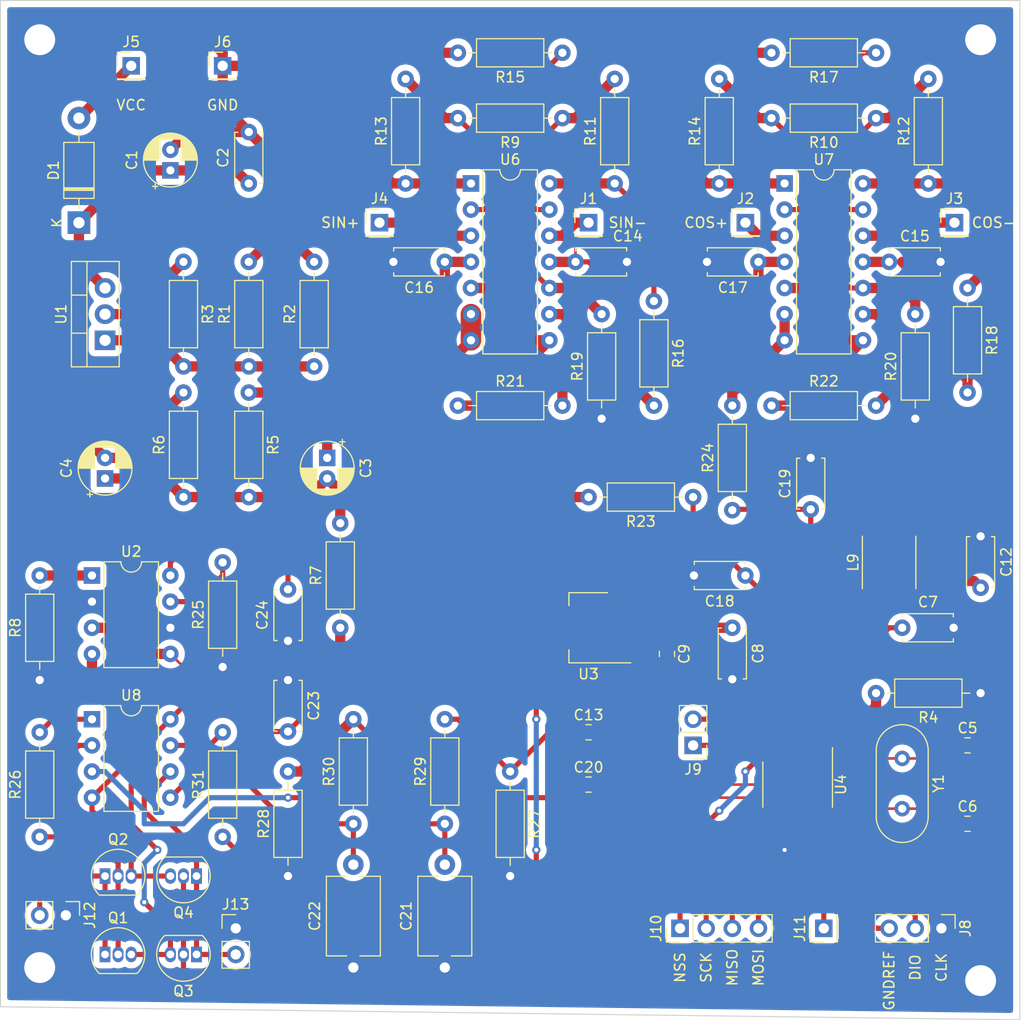
<source format=kicad_pcb>
(kicad_pcb (version 20171130) (host pcbnew 5.1.8-5.1.8)
  (layers (0 F.Cu signal) (31 B.Cu signal) (34 B.Paste user) (35 F.Paste user) (36 B.SilkS user) (37 F.SilkS user) (38 B.Mask user) (39 F.Mask user) (44 Edge.Cuts user))
  (net 0 "")
  (net 1 GND)
  (net 2 +12V)
  (net 3 "Net-(C3-Pad2)")
  (net 4 +10V)
  (net 5 GNDREF)
  (net 6 "Net-(C5-Pad1)")
  (net 7 "Net-(C6-Pad1)")
  (net 8 "Net-(C7-Pad1)")
  (net 9 +3V3)
  (net 10 "Net-(C12-Pad2)")
  (net 11 "Net-(C13-Pad2)")
  (net 12 "Net-(C13-Pad1)")
  (net 13 /ADC1)
  (net 14 /ADC)
  (net 15 "Net-(C20-Pad2)")
  (net 16 "Net-(C20-Pad1)")
  (net 17 "Net-(C21-Pad2)")
  (net 18 "Net-(C22-Pad2)")
  (net 19 "Net-(D1-Pad2)")
  (net 20 "Net-(J1-Pad1)")
  (net 21 "Net-(J2-Pad1)")
  (net 22 "Net-(J3-Pad1)")
  (net 23 "Net-(J4-Pad1)")
  (net 24 /DIO)
  (net 25 /CLK)
  (net 26 "Net-(J9-Pad2)")
  (net 27 "Net-(J9-Pad1)")
  (net 28 /SPI1_MOSI)
  (net 29 /SPI1_MISO)
  (net 30 /SPI1_SCK)
  (net 31 /SPI1_NSS)
  (net 32 "Net-(J11-Pad1)")
  (net 33 "Net-(J12-Pad2)")
  (net 34 "Net-(J13-Pad2)")
  (net 35 "Net-(Q1-Pad2)")
  (net 36 "Net-(Q3-Pad2)")
  (net 37 "Net-(R1-Pad1)")
  (net 38 "Net-(R4-Pad2)")
  (net 39 "Net-(R7-Pad1)")
  (net 40 "Net-(R8-Pad2)")
  (net 41 "Net-(R13-Pad2)")
  (net 42 "Net-(R11-Pad2)")
  (net 43 "Net-(R10-Pad2)")
  (net 44 "Net-(R10-Pad1)")
  (net 45 "Net-(R11-Pad1)")
  (net 46 "Net-(R12-Pad1)")
  (net 47 "Net-(R13-Pad1)")
  (net 48 "Net-(R14-Pad1)")
  (net 49 "Net-(R15-Pad1)")
  (net 50 "Net-(R16-Pad2)")
  (net 51 "Net-(R17-Pad1)")
  (net 52 "Net-(R18-Pad2)")
  (net 53 "Net-(R21-Pad1)")
  (net 54 "Net-(R22-Pad1)")
  (net 55 "Net-(R23-Pad2)")
  (net 56 "Net-(R24-Pad2)")
  (net 57 "Net-(R25-Pad2)")
  (net 58 "Net-(R26-Pad2)")
  (net 59 "Net-(R31-Pad2)")
  (module Resistor_THT:R_Axial_DIN0207_L6.3mm_D2.5mm_P10.16mm_Horizontal (layer F.Cu) (at 181.61 483.87 90)
    (fp_text reference R31 (at 5.08 -2.37 90) (layer F.SilkS))
    (fp_text value 1K)
    (pad 2 thru_hole oval (at 10.16 0 90) (size 1.6 1.6) (drill 0.8) (layers *.Cu *.Mask) (net 59 "Net-(R31-Pad2)"))
    (pad 1 thru_hole circle (at 0 0 90) (size 1.6 1.6) (drill 0.8) (layers *.Cu *.Mask) (net 36 "Net-(Q3-Pad2)"))
  )
  (module Resistor_THT:R_Axial_DIN0207_L6.3mm_D2.5mm_P10.16mm_Horizontal (layer F.Cu) (at 194.31 482.6 90)
    (fp_text reference R30 (at 5.08 -2.37 90) (layer F.SilkS))
    (fp_text value 1K)
    (pad 2 thru_hole oval (at 10.16 0 90) (size 1.6 1.6) (drill 0.8) (layers *.Cu *.Mask) (net 16 "Net-(C20-Pad1)"))
    (pad 1 thru_hole circle (at 0 0 90) (size 1.6 1.6) (drill 0.8) (layers *.Cu *.Mask) (net 18 "Net-(C22-Pad2)"))
  )
  (module Resistor_THT:R_Axial_DIN0207_L6.3mm_D2.5mm_P10.16mm_Horizontal (layer F.Cu) (at 203.2 482.6 90)
    (fp_text reference R29 (at 5.08 -2.37 90) (layer F.SilkS))
    (fp_text value 1K)
    (pad 2 thru_hole oval (at 10.16 0 90) (size 1.6 1.6) (drill 0.8) (layers *.Cu *.Mask) (net 12 "Net-(C13-Pad1)"))
    (pad 1 thru_hole circle (at 0 0 90) (size 1.6 1.6) (drill 0.8) (layers *.Cu *.Mask) (net 17 "Net-(C21-Pad2)"))
  )
  (module Resistor_THT:R_Axial_DIN0207_L6.3mm_D2.5mm_P10.16mm_Horizontal (layer F.Cu) (at 187.96 487.68 90)
    (fp_text reference R28 (at 5.08 -2.37 90) (layer F.SilkS))
    (fp_text value 100K)
    (pad 2 thru_hole oval (at 10.16 0 90) (size 1.6 1.6) (drill 0.8) (layers *.Cu *.Mask) (net 16 "Net-(C20-Pad1)"))
    (pad 1 thru_hole circle (at 0 0 90) (size 1.6 1.6) (drill 0.8) (layers *.Cu *.Mask) (net 5 GNDREF))
  )
  (module Resistor_THT:R_Axial_DIN0207_L6.3mm_D2.5mm_P10.16mm_Horizontal (layer F.Cu) (at 209.55 477.52 270)
    (fp_text reference R27 (at 5.08 -2.37 90) (layer F.SilkS))
    (fp_text value 100K)
    (pad 2 thru_hole oval (at 10.16 0 270) (size 1.6 1.6) (drill 0.8) (layers *.Cu *.Mask) (net 5 GNDREF))
    (pad 1 thru_hole circle (at 0 0 270) (size 1.6 1.6) (drill 0.8) (layers *.Cu *.Mask) (net 12 "Net-(C13-Pad1)"))
  )
  (module Resistor_THT:R_Axial_DIN0207_L6.3mm_D2.5mm_P10.16mm_Horizontal (layer F.Cu) (at 163.83 483.87 90)
    (fp_text reference R26 (at 5.08 -2.37 90) (layer F.SilkS))
    (fp_text value 1K)
    (pad 2 thru_hole oval (at 10.16 0 90) (size 1.6 1.6) (drill 0.8) (layers *.Cu *.Mask) (net 58 "Net-(R26-Pad2)"))
    (pad 1 thru_hole circle (at 0 0 90) (size 1.6 1.6) (drill 0.8) (layers *.Cu *.Mask) (net 35 "Net-(Q1-Pad2)"))
  )
  (module Resistor_THT:R_Axial_DIN0207_L6.3mm_D2.5mm_P10.16mm_Horizontal (layer F.Cu) (at 181.61 467.36 90)
    (fp_text reference R25 (at 5.08 -2.37 90) (layer F.SilkS))
    (fp_text value 100)
    (pad 2 thru_hole oval (at 10.16 0 90) (size 1.6 1.6) (drill 0.8) (layers *.Cu *.Mask) (net 57 "Net-(R25-Pad2)"))
    (pad 1 thru_hole circle (at 0 0 90) (size 1.6 1.6) (drill 0.8) (layers *.Cu *.Mask) (net 5 GNDREF))
  )
  (module Resistor_THT:R_Axial_DIN0207_L6.3mm_D2.5mm_P10.16mm_Horizontal (layer F.Cu) (at 231.14 452.12 90)
    (fp_text reference R24 (at 5.08 -2.37 90) (layer F.SilkS))
    (fp_text value 100)
    (pad 2 thru_hole oval (at 10.16 0 90) (size 1.6 1.6) (drill 0.8) (layers *.Cu *.Mask) (net 56 "Net-(R24-Pad2)"))
    (pad 1 thru_hole circle (at 0 0 90) (size 1.6 1.6) (drill 0.8) (layers *.Cu *.Mask) (net 14 /ADC))
  )
  (module Resistor_THT:R_Axial_DIN0207_L6.3mm_D2.5mm_P10.16mm_Horizontal (layer F.Cu) (at 227.33 450.85 180)
    (fp_text reference R23 (at 5.08 -2.37) (layer F.SilkS))
    (fp_text value 100)
    (pad 2 thru_hole oval (at 10.16 0 180) (size 1.6 1.6) (drill 0.8) (layers *.Cu *.Mask) (net 55 "Net-(R23-Pad2)"))
    (pad 1 thru_hole circle (at 0 0 180) (size 1.6 1.6) (drill 0.8) (layers *.Cu *.Mask) (net 13 /ADC1))
  )
  (module Resistor_THT:R_Axial_DIN0207_L6.3mm_D2.5mm_P10.16mm_Horizontal (layer F.Cu) (at 234.95 441.96)
    (fp_text reference R22 (at 5.08 -2.37) (layer F.SilkS))
    (fp_text value 20K)
    (pad 2 thru_hole oval (at 10.16 0) (size 1.6 1.6) (drill 0.8) (layers *.Cu *.Mask) (net 52 "Net-(R18-Pad2)"))
    (pad 1 thru_hole circle (at 0 0) (size 1.6 1.6) (drill 0.8) (layers *.Cu *.Mask) (net 54 "Net-(R22-Pad1)"))
  )
  (module Resistor_THT:R_Axial_DIN0207_L6.3mm_D2.5mm_P10.16mm_Horizontal (layer F.Cu) (at 204.47 441.96)
    (fp_text reference R21 (at 5.08 -2.37) (layer F.SilkS))
    (fp_text value 20K)
    (pad 2 thru_hole oval (at 10.16 0) (size 1.6 1.6) (drill 0.8) (layers *.Cu *.Mask) (net 50 "Net-(R16-Pad2)"))
    (pad 1 thru_hole circle (at 0 0) (size 1.6 1.6) (drill 0.8) (layers *.Cu *.Mask) (net 53 "Net-(R21-Pad1)"))
  )
  (module Resistor_THT:R_Axial_DIN0207_L6.3mm_D2.5mm_P10.16mm_Horizontal (layer F.Cu) (at 248.92 443.23 90)
    (fp_text reference R20 (at 5.08 -2.37 90) (layer F.SilkS))
    (fp_text value 20K)
    (pad 2 thru_hole oval (at 10.16 0 90) (size 1.6 1.6) (drill 0.8) (layers *.Cu *.Mask) (net 51 "Net-(R17-Pad1)"))
    (pad 1 thru_hole circle (at 0 0 90) (size 1.6 1.6) (drill 0.8) (layers *.Cu *.Mask) (net 5 GNDREF))
  )
  (module Resistor_THT:R_Axial_DIN0207_L6.3mm_D2.5mm_P10.16mm_Horizontal (layer F.Cu) (at 218.44 443.23 90)
    (fp_text reference R19 (at 5.08 -2.37 90) (layer F.SilkS))
    (fp_text value 20K)
    (pad 2 thru_hole oval (at 10.16 0 90) (size 1.6 1.6) (drill 0.8) (layers *.Cu *.Mask) (net 49 "Net-(R15-Pad1)"))
    (pad 1 thru_hole circle (at 0 0 90) (size 1.6 1.6) (drill 0.8) (layers *.Cu *.Mask) (net 5 GNDREF))
  )
  (module Resistor_THT:R_Axial_DIN0207_L6.3mm_D2.5mm_P10.16mm_Horizontal (layer F.Cu) (at 254 430.53 270)
    (fp_text reference R18 (at 5.08 -2.37 90) (layer F.SilkS))
    (fp_text value 20K)
    (pad 2 thru_hole oval (at 10.16 0 270) (size 1.6 1.6) (drill 0.8) (layers *.Cu *.Mask) (net 52 "Net-(R18-Pad2)"))
    (pad 1 thru_hole circle (at 0 0 270) (size 1.6 1.6) (drill 0.8) (layers *.Cu *.Mask) (net 46 "Net-(R12-Pad1)"))
  )
  (module Resistor_THT:R_Axial_DIN0207_L6.3mm_D2.5mm_P10.16mm_Horizontal (layer F.Cu) (at 245.11 407.67 180)
    (fp_text reference R17 (at 5.08 -2.37) (layer F.SilkS))
    (fp_text value 20K)
    (pad 2 thru_hole oval (at 10.16 0 180) (size 1.6 1.6) (drill 0.8) (layers *.Cu *.Mask) (net 48 "Net-(R14-Pad1)"))
    (pad 1 thru_hole circle (at 0 0 180) (size 1.6 1.6) (drill 0.8) (layers *.Cu *.Mask) (net 51 "Net-(R17-Pad1)"))
  )
  (module Resistor_THT:R_Axial_DIN0207_L6.3mm_D2.5mm_P10.16mm_Horizontal (layer F.Cu) (at 223.52 431.8 270)
    (fp_text reference R16 (at 5.08 -2.37 90) (layer F.SilkS))
    (fp_text value 20K)
    (pad 2 thru_hole oval (at 10.16 0 270) (size 1.6 1.6) (drill 0.8) (layers *.Cu *.Mask) (net 50 "Net-(R16-Pad2)"))
    (pad 1 thru_hole circle (at 0 0 270) (size 1.6 1.6) (drill 0.8) (layers *.Cu *.Mask) (net 45 "Net-(R11-Pad1)"))
  )
  (module Resistor_THT:R_Axial_DIN0207_L6.3mm_D2.5mm_P10.16mm_Horizontal (layer F.Cu) (at 214.63 407.67 180)
    (fp_text reference R15 (at 5.08 -2.37) (layer F.SilkS))
    (fp_text value 20K)
    (pad 2 thru_hole oval (at 10.16 0 180) (size 1.6 1.6) (drill 0.8) (layers *.Cu *.Mask) (net 47 "Net-(R13-Pad1)"))
    (pad 1 thru_hole circle (at 0 0 180) (size 1.6 1.6) (drill 0.8) (layers *.Cu *.Mask) (net 49 "Net-(R15-Pad1)"))
  )
  (module Resistor_THT:R_Axial_DIN0207_L6.3mm_D2.5mm_P10.16mm_Horizontal (layer F.Cu) (at 229.87 420.37 90)
    (fp_text reference R14 (at 5.08 -2.37 90) (layer F.SilkS))
    (fp_text value 20K)
    (pad 2 thru_hole oval (at 10.16 0 90) (size 1.6 1.6) (drill 0.8) (layers *.Cu *.Mask) (net 43 "Net-(R10-Pad2)"))
    (pad 1 thru_hole circle (at 0 0 90) (size 1.6 1.6) (drill 0.8) (layers *.Cu *.Mask) (net 48 "Net-(R14-Pad1)"))
  )
  (module Resistor_THT:R_Axial_DIN0207_L6.3mm_D2.5mm_P10.16mm_Horizontal (layer F.Cu) (at 199.39 420.37 90)
    (fp_text reference R13 (at 5.08 -2.37 90) (layer F.SilkS))
    (fp_text value 20K)
    (pad 2 thru_hole oval (at 10.16 0 90) (size 1.6 1.6) (drill 0.8) (layers *.Cu *.Mask) (net 41 "Net-(R13-Pad2)"))
    (pad 1 thru_hole circle (at 0 0 90) (size 1.6 1.6) (drill 0.8) (layers *.Cu *.Mask) (net 47 "Net-(R13-Pad1)"))
  )
  (module Resistor_THT:R_Axial_DIN0207_L6.3mm_D2.5mm_P10.16mm_Horizontal (layer F.Cu) (at 250.19 420.37 90)
    (fp_text reference R12 (at 5.08 -2.37 90) (layer F.SilkS))
    (fp_text value 20K)
    (pad 2 thru_hole oval (at 10.16 0 90) (size 1.6 1.6) (drill 0.8) (layers *.Cu *.Mask) (net 44 "Net-(R10-Pad1)"))
    (pad 1 thru_hole circle (at 0 0 90) (size 1.6 1.6) (drill 0.8) (layers *.Cu *.Mask) (net 46 "Net-(R12-Pad1)"))
  )
  (module Resistor_THT:R_Axial_DIN0207_L6.3mm_D2.5mm_P10.16mm_Horizontal (layer F.Cu) (at 219.71 420.37 90)
    (fp_text reference R11 (at 5.08 -2.37 90) (layer F.SilkS))
    (fp_text value 20K)
    (pad 2 thru_hole oval (at 10.16 0 90) (size 1.6 1.6) (drill 0.8) (layers *.Cu *.Mask) (net 42 "Net-(R11-Pad2)"))
    (pad 1 thru_hole circle (at 0 0 90) (size 1.6 1.6) (drill 0.8) (layers *.Cu *.Mask) (net 45 "Net-(R11-Pad1)"))
  )
  (module Resistor_THT:R_Axial_DIN0207_L6.3mm_D2.5mm_P10.16mm_Horizontal (layer F.Cu) (at 245.11 414.02 180)
    (fp_text reference R10 (at 5.08 -2.37) (layer F.SilkS))
    (fp_text value 1K)
    (pad 2 thru_hole oval (at 10.16 0 180) (size 1.6 1.6) (drill 0.8) (layers *.Cu *.Mask) (net 43 "Net-(R10-Pad2)"))
    (pad 1 thru_hole circle (at 0 0 180) (size 1.6 1.6) (drill 0.8) (layers *.Cu *.Mask) (net 44 "Net-(R10-Pad1)"))
  )
  (module Resistor_THT:R_Axial_DIN0207_L6.3mm_D2.5mm_P10.16mm_Horizontal (layer F.Cu) (at 214.63 414.02 180)
    (fp_text reference R9 (at 5.08 -2.37) (layer F.SilkS))
    (fp_text value 1K)
    (pad 2 thru_hole oval (at 10.16 0 180) (size 1.6 1.6) (drill 0.8) (layers *.Cu *.Mask) (net 41 "Net-(R13-Pad2)"))
    (pad 1 thru_hole circle (at 0 0 180) (size 1.6 1.6) (drill 0.8) (layers *.Cu *.Mask) (net 42 "Net-(R11-Pad2)"))
  )
  (module Resistor_THT:R_Axial_DIN0207_L6.3mm_D2.5mm_P10.16mm_Horizontal (layer F.Cu) (at 163.83 468.63 90)
    (fp_text reference R8 (at 5.08 -2.37 90) (layer F.SilkS))
    (fp_text value 100)
    (pad 2 thru_hole oval (at 10.16 0 90) (size 1.6 1.6) (drill 0.8) (layers *.Cu *.Mask) (net 40 "Net-(R8-Pad2)"))
    (pad 1 thru_hole circle (at 0 0 90) (size 1.6 1.6) (drill 0.8) (layers *.Cu *.Mask) (net 5 GNDREF))
  )
  (module Resistor_THT:R_Axial_DIN0207_L6.3mm_D2.5mm_P10.16mm_Horizontal (layer F.Cu) (at 193.04 463.55 90)
    (fp_text reference R7 (at 5.08 -2.37 90) (layer F.SilkS))
    (fp_text value 1K)
    (pad 2 thru_hole oval (at 10.16 0 90) (size 1.6 1.6) (drill 0.8) (layers *.Cu *.Mask) (net 3 "Net-(C3-Pad2)"))
    (pad 1 thru_hole circle (at 0 0 90) (size 1.6 1.6) (drill 0.8) (layers *.Cu *.Mask) (net 39 "Net-(R7-Pad1)"))
  )
  (module Resistor_THT:R_Axial_DIN0207_L6.3mm_D2.5mm_P10.16mm_Horizontal (layer F.Cu) (at 177.8 450.85 90)
    (fp_text reference R6 (at 5.08 -2.37 90) (layer F.SilkS))
    (fp_text value 20K)
    (pad 2 thru_hole oval (at 10.16 0 90) (size 1.6 1.6) (drill 0.8) (layers *.Cu *.Mask) (net 1 GND))
    (pad 1 thru_hole circle (at 0 0 90) (size 1.6 1.6) (drill 0.8) (layers *.Cu *.Mask) (net 3 "Net-(C3-Pad2)"))
  )
  (module Resistor_THT:R_Axial_DIN0207_L6.3mm_D2.5mm_P10.16mm_Horizontal (layer F.Cu) (at 184.15 440.69 270)
    (fp_text reference R5 (at 5.08 -2.37 90) (layer F.SilkS))
    (fp_text value 20K)
    (pad 2 thru_hole oval (at 10.16 0 270) (size 1.6 1.6) (drill 0.8) (layers *.Cu *.Mask) (net 3 "Net-(C3-Pad2)"))
    (pad 1 thru_hole circle (at 0 0 270) (size 1.6 1.6) (drill 0.8) (layers *.Cu *.Mask) (net 4 +10V))
  )
  (module Resistor_THT:R_Axial_DIN0207_L6.3mm_D2.5mm_P10.16mm_Horizontal (layer F.Cu) (at 255.27 469.9 180)
    (fp_text reference R4 (at 5.08 -2.37) (layer F.SilkS))
    (fp_text value 10K)
    (pad 2 thru_hole oval (at 10.16 0 180) (size 1.6 1.6) (drill 0.8) (layers *.Cu *.Mask) (net 38 "Net-(R4-Pad2)"))
    (pad 1 thru_hole circle (at 0 0 180) (size 1.6 1.6) (drill 0.8) (layers *.Cu *.Mask) (net 5 GNDREF))
  )
  (module Resistor_THT:R_Axial_DIN0207_L6.3mm_D2.5mm_P10.16mm_Horizontal (layer F.Cu) (at 177.8 427.99 270)
    (fp_text reference R3 (at 5.08 -2.37 90) (layer F.SilkS))
    (fp_text value 1K)
    (pad 2 thru_hole oval (at 10.16 0 270) (size 1.6 1.6) (drill 0.8) (layers *.Cu *.Mask) (net 37 "Net-(R1-Pad1)"))
    (pad 1 thru_hole circle (at 0 0 270) (size 1.6 1.6) (drill 0.8) (layers *.Cu *.Mask) (net 4 +10V))
  )
  (module Resistor_THT:R_Axial_DIN0207_L6.3mm_D2.5mm_P10.16mm_Horizontal (layer F.Cu) (at 190.5 438.15 90)
    (fp_text reference R2 (at 5.08 -2.37 90) (layer F.SilkS))
    (fp_text value 10K)
    (pad 2 thru_hole oval (at 10.16 0 90) (size 1.6 1.6) (drill 0.8) (layers *.Cu *.Mask) (net 1 GND))
    (pad 1 thru_hole circle (at 0 0 90) (size 1.6 1.6) (drill 0.8) (layers *.Cu *.Mask) (net 37 "Net-(R1-Pad1)"))
  )
  (module Resistor_THT:R_Axial_DIN0207_L6.3mm_D2.5mm_P10.16mm_Horizontal (layer F.Cu) (at 184.15 438.15 90)
    (fp_text reference R1 (at 5.08 -2.37 90) (layer F.SilkS))
    (fp_text value 20K)
    (pad 2 thru_hole oval (at 10.16 0 90) (size 1.6 1.6) (drill 0.8) (layers *.Cu *.Mask) (net 1 GND))
    (pad 1 thru_hole circle (at 0 0 90) (size 1.6 1.6) (drill 0.8) (layers *.Cu *.Mask) (net 37 "Net-(R1-Pad1)"))
  )
  (module Connector_PinHeader_2.54mm:PinHeader_1x02_P2.54mm_Vertical (layer F.Cu) (at 182.88 492.76)
    (fp_text reference J13 (at 0 -2.33) (layer F.SilkS))
    (fp_text value Conn_01x02_Male)
    (pad 2 thru_hole oval (at 0 2.54) (size 1.7 1.7) (drill 1) (layers *.Cu *.Mask) (net 34 "Net-(J13-Pad2)"))
    (pad 1 thru_hole rect (at 0 0) (size 1.7 1.7) (drill 1) (layers *.Cu *.Mask) (net 5 GNDREF))
  )
  (module Crystal:Crystal_HC49-4H_Vertical (layer F.Cu) (at 247.65 476.25 270)
    (fp_text reference Y1 (at 2.44 -3.525 90) (layer F.SilkS))
    (fp_text value 8MHZ)
    (pad 2 thru_hole circle (at 4.88 0 270) (size 1.5 1.5) (drill 0.8) (layers *.Cu *.Mask) (net 7 "Net-(C6-Pad1)"))
    (pad 1 thru_hole circle (at 0 0 270) (size 1.5 1.5) (drill 0.8) (layers *.Cu *.Mask) (net 6 "Net-(C5-Pad1)"))
  )
  (module Package_DIP:DIP-8_W7.62mm (layer F.Cu) (at 168.91 472.44)
    (fp_text reference U8 (at 3.81 -2.33) (layer F.SilkS))
    (fp_text value NE5532)
    (pad 8 thru_hole oval (at 7.62 0) (size 1.6 1.6) (drill 0.8) (layers *.Cu *.Mask) (net 4 +10V))
    (pad 4 thru_hole oval (at 0 7.62) (size 1.6 1.6) (drill 0.8) (layers *.Cu *.Mask) (net 1 GND))
    (pad 7 thru_hole oval (at 7.62 2.54) (size 1.6 1.6) (drill 0.8) (layers *.Cu *.Mask) (net 59 "Net-(R31-Pad2)"))
    (pad 3 thru_hole oval (at 0 5.08) (size 1.6 1.6) (drill 0.8) (layers *.Cu *.Mask) (net 17 "Net-(C21-Pad2)"))
    (pad 6 thru_hole oval (at 7.62 5.08) (size 1.6 1.6) (drill 0.8) (layers *.Cu *.Mask) (net 34 "Net-(J13-Pad2)"))
    (pad 2 thru_hole oval (at 0 2.54) (size 1.6 1.6) (drill 0.8) (layers *.Cu *.Mask) (net 33 "Net-(J12-Pad2)"))
    (pad 5 thru_hole oval (at 7.62 7.62) (size 1.6 1.6) (drill 0.8) (layers *.Cu *.Mask) (net 18 "Net-(C22-Pad2)"))
    (pad 1 thru_hole rect (at 0 0) (size 1.6 1.6) (drill 0.8) (layers *.Cu *.Mask) (net 58 "Net-(R26-Pad2)"))
  )
  (module Package_DIP:DIP-14_W7.62mm (layer F.Cu) (at 236.22 420.37)
    (fp_text reference U7 (at 3.81 -2.33) (layer F.SilkS))
    (fp_text value TL084)
    (pad 14 thru_hole oval (at 7.62 0) (size 1.6 1.6) (drill 0.8) (layers *.Cu *.Mask) (net 46 "Net-(R12-Pad1)"))
    (pad 7 thru_hole oval (at 0 15.24) (size 1.6 1.6) (drill 0.8) (layers *.Cu *.Mask) (net 56 "Net-(R24-Pad2)"))
    (pad 13 thru_hole oval (at 7.62 2.54) (size 1.6 1.6) (drill 0.8) (layers *.Cu *.Mask) (net 44 "Net-(R10-Pad1)"))
    (pad 6 thru_hole oval (at 0 12.7) (size 1.6 1.6) (drill 0.8) (layers *.Cu *.Mask) (net 56 "Net-(R24-Pad2)"))
    (pad 12 thru_hole oval (at 7.62 5.08) (size 1.6 1.6) (drill 0.8) (layers *.Cu *.Mask) (net 22 "Net-(J3-Pad1)"))
    (pad 5 thru_hole oval (at 0 10.16) (size 1.6 1.6) (drill 0.8) (layers *.Cu *.Mask) (net 54 "Net-(R22-Pad1)"))
    (pad 11 thru_hole oval (at 7.62 7.62) (size 1.6 1.6) (drill 0.8) (layers *.Cu *.Mask) (net 1 GND))
    (pad 4 thru_hole oval (at 0 7.62) (size 1.6 1.6) (drill 0.8) (layers *.Cu *.Mask) (net 4 +10V))
    (pad 10 thru_hole oval (at 7.62 10.16) (size 1.6 1.6) (drill 0.8) (layers *.Cu *.Mask) (net 51 "Net-(R17-Pad1)"))
    (pad 3 thru_hole oval (at 0 5.08) (size 1.6 1.6) (drill 0.8) (layers *.Cu *.Mask) (net 21 "Net-(J2-Pad1)"))
    (pad 9 thru_hole oval (at 7.62 12.7) (size 1.6 1.6) (drill 0.8) (layers *.Cu *.Mask) (net 52 "Net-(R18-Pad2)"))
    (pad 2 thru_hole oval (at 0 2.54) (size 1.6 1.6) (drill 0.8) (layers *.Cu *.Mask) (net 43 "Net-(R10-Pad2)"))
    (pad 8 thru_hole oval (at 7.62 15.24) (size 1.6 1.6) (drill 0.8) (layers *.Cu *.Mask) (net 54 "Net-(R22-Pad1)"))
    (pad 1 thru_hole rect (at 0 0) (size 1.6 1.6) (drill 0.8) (layers *.Cu *.Mask) (net 48 "Net-(R14-Pad1)"))
  )
  (module Package_DIP:DIP-14_W7.62mm (layer F.Cu) (at 205.74 420.37)
    (fp_text reference U6 (at 3.81 -2.33) (layer F.SilkS))
    (fp_text value TL084)
    (pad 14 thru_hole oval (at 7.62 0) (size 1.6 1.6) (drill 0.8) (layers *.Cu *.Mask) (net 45 "Net-(R11-Pad1)"))
    (pad 7 thru_hole oval (at 0 15.24) (size 1.6 1.6) (drill 0.8) (layers *.Cu *.Mask) (net 55 "Net-(R23-Pad2)"))
    (pad 13 thru_hole oval (at 7.62 2.54) (size 1.6 1.6) (drill 0.8) (layers *.Cu *.Mask) (net 42 "Net-(R11-Pad2)"))
    (pad 6 thru_hole oval (at 0 12.7) (size 1.6 1.6) (drill 0.8) (layers *.Cu *.Mask) (net 55 "Net-(R23-Pad2)"))
    (pad 12 thru_hole oval (at 7.62 5.08) (size 1.6 1.6) (drill 0.8) (layers *.Cu *.Mask) (net 20 "Net-(J1-Pad1)"))
    (pad 5 thru_hole oval (at 0 10.16) (size 1.6 1.6) (drill 0.8) (layers *.Cu *.Mask) (net 53 "Net-(R21-Pad1)"))
    (pad 11 thru_hole oval (at 7.62 7.62) (size 1.6 1.6) (drill 0.8) (layers *.Cu *.Mask) (net 1 GND))
    (pad 4 thru_hole oval (at 0 7.62) (size 1.6 1.6) (drill 0.8) (layers *.Cu *.Mask) (net 4 +10V))
    (pad 10 thru_hole oval (at 7.62 10.16) (size 1.6 1.6) (drill 0.8) (layers *.Cu *.Mask) (net 49 "Net-(R15-Pad1)"))
    (pad 3 thru_hole oval (at 0 5.08) (size 1.6 1.6) (drill 0.8) (layers *.Cu *.Mask) (net 23 "Net-(J4-Pad1)"))
    (pad 9 thru_hole oval (at 7.62 12.7) (size 1.6 1.6) (drill 0.8) (layers *.Cu *.Mask) (net 50 "Net-(R16-Pad2)"))
    (pad 2 thru_hole oval (at 0 2.54) (size 1.6 1.6) (drill 0.8) (layers *.Cu *.Mask) (net 41 "Net-(R13-Pad2)"))
    (pad 8 thru_hole oval (at 7.62 15.24) (size 1.6 1.6) (drill 0.8) (layers *.Cu *.Mask) (net 53 "Net-(R21-Pad1)"))
    (pad 1 thru_hole rect (at 0 0) (size 1.6 1.6) (drill 0.8) (layers *.Cu *.Mask) (net 47 "Net-(R13-Pad1)"))
  )
  (module Package_SO:TSSOP-20_4.4x6.5mm_P0.65mm (layer F.Cu) (at 237.49 478.79 270)
    (fp_text reference U4 (at 0 -4.2 90) (layer F.SilkS))
    (fp_text value STM32F030F4P6)
    (pad 20 smd roundrect (at 2.8625 -2.925 270) (size 1.475 0.4) (layers F.Cu F.Paste F.Mask) (net 25 /CLK))
    (pad 19 smd roundrect (at 2.8625 -2.275 270) (size 1.475 0.4) (layers F.Cu F.Paste F.Mask) (net 24 /DIO))
    (pad 18 smd roundrect (at 2.8625 -1.625 270) (size 1.475 0.4) (layers F.Cu F.Paste F.Mask) (net 11 "Net-(C13-Pad2)"))
    (pad 17 smd roundrect (at 2.8625 -0.975 270) (size 1.475 0.4) (layers F.Cu F.Paste F.Mask) (net 32 "Net-(J11-Pad1)"))
    (pad 16 smd roundrect (at 2.8625 -0.325 270) (size 1.475 0.4) (layers F.Cu F.Paste F.Mask) (net 9 +3V3))
    (pad 15 smd roundrect (at 2.8625 0.325 270) (size 1.475 0.4) (layers F.Cu F.Paste F.Mask) (net 5 GNDREF))
    (pad 14 smd roundrect (at 2.8625 0.975 270) (size 1.475 0.4) (layers F.Cu F.Paste F.Mask) (net 15 "Net-(C20-Pad2)"))
    (pad 13 smd roundrect (at 2.8625 1.625 270) (size 1.475 0.4) (layers F.Cu F.Paste F.Mask) (net 28 /SPI1_MOSI))
    (pad 12 smd roundrect (at 2.8625 2.275 270) (size 1.475 0.4) (layers F.Cu F.Paste F.Mask) (net 29 /SPI1_MISO))
    (pad 11 smd roundrect (at 2.8625 2.925 270) (size 1.475 0.4) (layers F.Cu F.Paste F.Mask) (net 30 /SPI1_SCK))
    (pad 10 smd roundrect (at -2.8625 2.925 270) (size 1.475 0.4) (layers F.Cu F.Paste F.Mask) (net 31 /SPI1_NSS))
    (pad 9 smd roundrect (at -2.8625 2.275 270) (size 1.475 0.4) (layers F.Cu F.Paste F.Mask) (net 27 "Net-(J9-Pad1)"))
    (pad 8 smd roundrect (at -2.8625 1.625 270) (size 1.475 0.4) (layers F.Cu F.Paste F.Mask) (net 26 "Net-(J9-Pad2)"))
    (pad 7 smd roundrect (at -2.8625 0.975 270) (size 1.475 0.4) (layers F.Cu F.Paste F.Mask) (net 13 /ADC1))
    (pad 6 smd roundrect (at -2.8625 0.325 270) (size 1.475 0.4) (layers F.Cu F.Paste F.Mask) (net 14 /ADC))
    (pad 5 smd roundrect (at -2.8625 -0.325 270) (size 1.475 0.4) (layers F.Cu F.Paste F.Mask) (net 10 "Net-(C12-Pad2)"))
    (pad 4 smd roundrect (at -2.8625 -0.975 270) (size 1.475 0.4) (layers F.Cu F.Paste F.Mask) (net 8 "Net-(C7-Pad1)"))
    (pad 3 smd roundrect (at -2.8625 -1.625 270) (size 1.475 0.4) (layers F.Cu F.Paste F.Mask) (net 7 "Net-(C6-Pad1)"))
    (pad 2 smd roundrect (at -2.8625 -2.275 270) (size 1.475 0.4) (layers F.Cu F.Paste F.Mask) (net 6 "Net-(C5-Pad1)"))
    (pad 1 smd roundrect (at -2.8625 -2.925 270) (size 1.475 0.4) (layers F.Cu F.Paste F.Mask) (net 38 "Net-(R4-Pad2)"))
  )
  (module Package_TO_SOT_SMD:SOT-223-3_TabPin2 (layer F.Cu) (at 217.17 463.55 180)
    (fp_text reference U3 (at 0 -4.5) (layer F.SilkS))
    (fp_text value LM1117-3.3)
    (pad 1 smd rect (at -3.15 -2.3 180) (size 2 1.5) (layers F.Cu F.Paste F.Mask) (net 5 GNDREF))
    (pad 3 smd rect (at -3.15 2.3 180) (size 2 1.5) (layers F.Cu F.Paste F.Mask) (net 4 +10V))
    (pad 2 smd rect (at -3.15 0 180) (size 2 1.5) (layers F.Cu F.Paste F.Mask) (net 9 +3V3))
    (pad 2 smd rect (at 3.15 0 180) (size 2 3.8) (layers F.Cu F.Paste F.Mask) (net 9 +3V3))
  )
  (module Package_DIP:DIP-8_W7.62mm (layer F.Cu) (at 168.91 458.47)
    (fp_text reference U2 (at 3.81 -2.33) (layer F.SilkS))
    (fp_text value NE5532)
    (pad 8 thru_hole oval (at 7.62 0) (size 1.6 1.6) (drill 0.8) (layers *.Cu *.Mask) (net 4 +10V))
    (pad 4 thru_hole oval (at 0 7.62) (size 1.6 1.6) (drill 0.8) (layers *.Cu *.Mask) (net 1 GND))
    (pad 7 thru_hole oval (at 7.62 2.54) (size 1.6 1.6) (drill 0.8) (layers *.Cu *.Mask) (net 57 "Net-(R25-Pad2)"))
    (pad 3 thru_hole oval (at 0 5.08) (size 1.6 1.6) (drill 0.8) (layers *.Cu *.Mask) (net 39 "Net-(R7-Pad1)"))
    (pad 6 thru_hole oval (at 7.62 5.08) (size 1.6 1.6) (drill 0.8) (layers *.Cu *.Mask) (net 5 GNDREF))
    (pad 2 thru_hole oval (at 0 2.54) (size 1.6 1.6) (drill 0.8) (layers *.Cu *.Mask) (net 5 GNDREF))
    (pad 5 thru_hole oval (at 7.62 7.62) (size 1.6 1.6) (drill 0.8) (layers *.Cu *.Mask) (net 39 "Net-(R7-Pad1)"))
    (pad 1 thru_hole rect (at 0 0) (size 1.6 1.6) (drill 0.8) (layers *.Cu *.Mask) (net 40 "Net-(R8-Pad2)"))
  )
  (module Package_TO_SOT_THT:TO-220-3_Vertical (layer F.Cu) (at 170.18 435.61 90)
    (fp_text reference U1 (at 2.54 -4.27 90) (layer F.SilkS))
    (fp_text value LM317_TO-220)
    (pad 3 thru_hole oval (at 5.08 0 90) (size 1.905 2) (drill 1.1) (layers *.Cu *.Mask) (net 2 +12V))
    (pad 2 thru_hole oval (at 2.54 0 90) (size 1.905 2) (drill 1.1) (layers *.Cu *.Mask) (net 4 +10V))
    (pad 1 thru_hole rect (at 0 0 90) (size 1.905 2) (drill 1.1) (layers *.Cu *.Mask) (net 37 "Net-(R1-Pad1)"))
  )
  (module Package_TO_SOT_THT:TO-92_Inline (layer F.Cu) (at 179.07 487.68 180)
    (fp_text reference Q4 (at 1.27 -3.56) (layer F.SilkS))
    (fp_text value S8550)
    (pad 1 thru_hole rect (at 0 0 180) (size 1.05 1.5) (drill 0.75) (layers *.Cu *.Mask) (net 34 "Net-(J13-Pad2)"))
    (pad 3 thru_hole oval (at 2.54 0 180) (size 1.05 1.5) (drill 0.75) (layers *.Cu *.Mask) (net 1 GND))
    (pad 2 thru_hole oval (at 1.27 0 180) (size 1.05 1.5) (drill 0.75) (layers *.Cu *.Mask) (net 36 "Net-(Q3-Pad2)"))
  )
  (module Package_TO_SOT_THT:TO-92_Inline (layer F.Cu) (at 179.07 495.3 180)
    (fp_text reference Q3 (at 1.27 -3.56) (layer F.SilkS))
    (fp_text value S8050)
    (pad 1 thru_hole rect (at 0 0 180) (size 1.05 1.5) (drill 0.75) (layers *.Cu *.Mask) (net 34 "Net-(J13-Pad2)"))
    (pad 3 thru_hole oval (at 2.54 0 180) (size 1.05 1.5) (drill 0.75) (layers *.Cu *.Mask) (net 4 +10V))
    (pad 2 thru_hole oval (at 1.27 0 180) (size 1.05 1.5) (drill 0.75) (layers *.Cu *.Mask) (net 36 "Net-(Q3-Pad2)"))
  )
  (module Package_TO_SOT_THT:TO-92_Inline (layer F.Cu) (at 170.18 487.68)
    (fp_text reference Q2 (at 1.27 -3.56) (layer F.SilkS))
    (fp_text value S8550)
    (pad 1 thru_hole rect (at 0 0) (size 1.05 1.5) (drill 0.75) (layers *.Cu *.Mask) (net 33 "Net-(J12-Pad2)"))
    (pad 3 thru_hole oval (at 2.54 0) (size 1.05 1.5) (drill 0.75) (layers *.Cu *.Mask) (net 1 GND))
    (pad 2 thru_hole oval (at 1.27 0) (size 1.05 1.5) (drill 0.75) (layers *.Cu *.Mask) (net 35 "Net-(Q1-Pad2)"))
  )
  (module Package_TO_SOT_THT:TO-92_Inline (layer F.Cu) (at 170.18 495.3)
    (fp_text reference Q1 (at 1.27 -3.56) (layer F.SilkS))
    (fp_text value S8050)
    (pad 1 thru_hole rect (at 0 0) (size 1.05 1.5) (drill 0.75) (layers *.Cu *.Mask) (net 33 "Net-(J12-Pad2)"))
    (pad 3 thru_hole oval (at 2.54 0) (size 1.05 1.5) (drill 0.75) (layers *.Cu *.Mask) (net 4 +10V))
    (pad 2 thru_hole oval (at 1.27 0) (size 1.05 1.5) (drill 0.75) (layers *.Cu *.Mask) (net 35 "Net-(Q1-Pad2)"))
  )
  (module Inductor_SMD:L_Taiyo-Yuden_MD-5050 (layer F.Cu) (at 246.38 457.2 90)
    (fp_text reference L9 (at 0 -3.5 90) (layer F.SilkS))
    (fp_text value 47uH)
    (pad 2 smd rect (at 1.8 0 90) (size 1.5 4.2) (layers F.Cu F.Paste F.Mask) (net 9 +3V3))
    (pad 1 smd rect (at -1.8 0 90) (size 1.5 4.2) (layers F.Cu F.Paste F.Mask) (net 10 "Net-(C12-Pad2)"))
  )
  (module Connector_PinHeader_2.54mm:PinHeader_1x02_P2.54mm_Vertical (layer F.Cu) (at 166.37 491.49 270)
    (fp_text reference J12 (at 0 -2.33 90) (layer F.SilkS))
    (fp_text value Conn_01x02_Male)
    (pad 2 thru_hole oval (at 0 2.54 270) (size 1.7 1.7) (drill 1) (layers *.Cu *.Mask) (net 33 "Net-(J12-Pad2)"))
    (pad 1 thru_hole rect (at 0 0 270) (size 1.7 1.7) (drill 1) (layers *.Cu *.Mask) (net 5 GNDREF))
  )
  (module Connector_PinHeader_2.54mm:PinHeader_1x01_P2.54mm_Vertical (layer F.Cu) (at 240.03 492.76 90)
    (fp_text reference J11 (at 0 -2.33 90) (layer F.SilkS))
    (fp_text value Conn_01x01_Male)
    (pad 1 thru_hole rect (at 0 0 90) (size 1.7 1.7) (drill 1) (layers *.Cu *.Mask) (net 32 "Net-(J11-Pad1)"))
  )
  (module Connector_PinHeader_2.54mm:PinHeader_1x04_P2.54mm_Vertical (layer F.Cu) (at 226.06 492.76 90)
    (fp_text reference J10 (at 0 -2.33 90) (layer F.SilkS))
    (fp_text value Conn_01x04_Male)
    (pad 4 thru_hole oval (at 0 7.62 90) (size 1.7 1.7) (drill 1) (layers *.Cu *.Mask) (net 28 /SPI1_MOSI))
    (pad 3 thru_hole oval (at 0 5.08 90) (size 1.7 1.7) (drill 1) (layers *.Cu *.Mask) (net 29 /SPI1_MISO))
    (pad 2 thru_hole oval (at 0 2.54 90) (size 1.7 1.7) (drill 1) (layers *.Cu *.Mask) (net 30 /SPI1_SCK))
    (pad 1 thru_hole rect (at 0 0 90) (size 1.7 1.7) (drill 1) (layers *.Cu *.Mask) (net 31 /SPI1_NSS))
  )
  (module Connector_PinHeader_2.54mm:PinHeader_1x02_P2.54mm_Vertical (layer F.Cu) (at 227.33 474.98 180)
    (fp_text reference J9 (at 0 -2.33) (layer F.SilkS))
    (fp_text value Conn_01x02_Male)
    (pad 2 thru_hole oval (at 0 2.54 180) (size 1.7 1.7) (drill 1) (layers *.Cu *.Mask) (net 26 "Net-(J9-Pad2)"))
    (pad 1 thru_hole rect (at 0 0 180) (size 1.7 1.7) (drill 1) (layers *.Cu *.Mask) (net 27 "Net-(J9-Pad1)"))
  )
  (module Connector_PinHeader_2.54mm:PinHeader_1x03_P2.54mm_Vertical (layer F.Cu) (at 251.46 492.76 270)
    (fp_text reference J8 (at 0 -2.33 90) (layer F.SilkS))
    (fp_text value Conn_01x03_Male)
    (pad 3 thru_hole oval (at 0 5.08 270) (size 1.7 1.7) (drill 1) (layers *.Cu *.Mask) (net 24 /DIO))
    (pad 2 thru_hole oval (at 0 2.54 270) (size 1.7 1.7) (drill 1) (layers *.Cu *.Mask) (net 25 /CLK))
    (pad 1 thru_hole rect (at 0 0 270) (size 1.7 1.7) (drill 1) (layers *.Cu *.Mask) (net 5 GNDREF))
  )
  (module Connector_PinHeader_2.54mm:PinHeader_1x01_P2.54mm_Vertical (layer F.Cu) (at 181.61 408.94)
    (fp_text reference J6 (at 0 -2.33) (layer F.SilkS))
    (fp_text value Conn_01x01_Male)
    (pad 1 thru_hole rect (at 0 0) (size 1.7 1.7) (drill 1) (layers *.Cu *.Mask) (net 1 GND))
  )
  (module Connector_PinHeader_2.54mm:PinHeader_1x01_P2.54mm_Vertical (layer F.Cu) (at 172.72 408.94)
    (fp_text reference J5 (at 0 -2.33) (layer F.SilkS))
    (fp_text value Conn_01x01_Male)
    (pad 1 thru_hole rect (at 0 0) (size 1.7 1.7) (drill 1) (layers *.Cu *.Mask) (net 19 "Net-(D1-Pad2)"))
  )
  (module Connector_PinHeader_2.54mm:PinHeader_1x01_P2.54mm_Vertical (layer F.Cu) (at 196.85 424.18)
    (fp_text reference J4 (at 0 -2.33) (layer F.SilkS))
    (fp_text value Conn_01x01_Male)
    (pad 1 thru_hole rect (at 0 0) (size 1.7 1.7) (drill 1) (layers *.Cu *.Mask) (net 23 "Net-(J4-Pad1)"))
  )
  (module Connector_PinHeader_2.54mm:PinHeader_1x01_P2.54mm_Vertical (layer F.Cu) (at 252.73 424.18)
    (fp_text reference J3 (at 0 -2.33) (layer F.SilkS))
    (fp_text value Conn_01x01_Male)
    (pad 1 thru_hole rect (at 0 0) (size 1.7 1.7) (drill 1) (layers *.Cu *.Mask) (net 22 "Net-(J3-Pad1)"))
  )
  (module Connector_PinHeader_2.54mm:PinHeader_1x01_P2.54mm_Vertical (layer F.Cu) (at 232.41 424.18)
    (fp_text reference J2 (at 0 -2.33) (layer F.SilkS))
    (fp_text value Conn_01x01_Male)
    (pad 1 thru_hole rect (at 0 0) (size 1.7 1.7) (drill 1) (layers *.Cu *.Mask) (net 21 "Net-(J2-Pad1)"))
  )
  (module Connector_PinHeader_2.54mm:PinHeader_1x01_P2.54mm_Vertical (layer F.Cu) (at 217.17 424.18)
    (fp_text reference J1 (at 0 -2.33) (layer F.SilkS))
    (fp_text value Conn_01x01_Male)
    (pad 1 thru_hole rect (at 0 0) (size 1.7 1.7) (drill 1) (layers *.Cu *.Mask) (net 20 "Net-(J1-Pad1)"))
  )
  (module Diode_THT:D_DO-41_SOD81_P10.16mm_Horizontal (layer F.Cu) (at 167.64 424.18 90)
    (fp_text reference D1 (at 5.08 -2.47 90) (layer F.SilkS))
    (fp_text value 1N4007)
    (fp_text user K (at 0 -2.1 90) (layer F.SilkS))
    (pad 2 thru_hole oval (at 10.16 0 90) (size 2.2 2.2) (drill 1.1) (layers *.Cu *.Mask) (net 19 "Net-(D1-Pad2)"))
    (pad 1 thru_hole rect (at 0 0 90) (size 2.2 2.2) (drill 1.1) (layers *.Cu *.Mask) (net 2 +12V))
  )
  (module Capacitor_THT:C_Disc_D4.7mm_W2.5mm_P5.00mm (layer F.Cu) (at 187.96 464.82 90)
    (fp_text reference C24 (at 2.5 -2.5 90) (layer F.SilkS))
    (fp_text value 104)
    (pad 2 thru_hole circle (at 5 0 90) (size 1.6 1.6) (drill 0.8) (layers *.Cu *.Mask) (net 1 GND))
    (pad 1 thru_hole circle (at 0 0 90) (size 1.6 1.6) (drill 0.8) (layers *.Cu *.Mask) (net 5 GNDREF))
  )
  (module Capacitor_THT:C_Disc_D4.7mm_W2.5mm_P5.00mm (layer F.Cu) (at 187.96 468.63 270)
    (fp_text reference C23 (at 2.5 -2.5 90) (layer F.SilkS))
    (fp_text value 104)
    (pad 2 thru_hole circle (at 5 0 270) (size 1.6 1.6) (drill 0.8) (layers *.Cu *.Mask) (net 4 +10V))
    (pad 1 thru_hole circle (at 0 0 270) (size 1.6 1.6) (drill 0.8) (layers *.Cu *.Mask) (net 5 GNDREF))
  )
  (module Capacitor_THT:C_Disc_D7.5mm_W5.0mm_P10.00mm (layer F.Cu) (at 194.31 496.57 90)
    (fp_text reference C22 (at 5 -3.75 90) (layer F.SilkS))
    (fp_text value 102)
    (pad 2 thru_hole circle (at 10 0 90) (size 2 2) (drill 1) (layers *.Cu *.Mask) (net 18 "Net-(C22-Pad2)"))
    (pad 1 thru_hole circle (at 0 0 90) (size 2 2) (drill 1) (layers *.Cu *.Mask) (net 5 GNDREF))
  )
  (module Capacitor_THT:C_Disc_D7.5mm_W5.0mm_P10.00mm (layer F.Cu) (at 203.2 496.57 90)
    (fp_text reference C21 (at 5 -3.75 90) (layer F.SilkS))
    (fp_text value 102)
    (pad 2 thru_hole circle (at 10 0 90) (size 2 2) (drill 1) (layers *.Cu *.Mask) (net 17 "Net-(C21-Pad2)"))
    (pad 1 thru_hole circle (at 0 0 90) (size 2 2) (drill 1) (layers *.Cu *.Mask) (net 5 GNDREF))
  )
  (module Capacitor_SMD:C_0805_2012Metric_Pad1.18x1.45mm_HandSolder (layer F.Cu) (at 217.17 478.79)
    (fp_text reference C20 (at 0 -1.68) (layer F.SilkS))
    (fp_text value 105)
    (pad 2 smd roundrect (at 1.0375 0) (size 1.175 1.45) (layers F.Cu F.Paste F.Mask) (roundrect_rratio 0.2127659574468085) (net 15 "Net-(C20-Pad2)"))
    (pad 1 smd roundrect (at -1.0375 0) (size 1.175 1.45) (layers F.Cu F.Paste F.Mask) (roundrect_rratio 0.2127659574468085) (net 16 "Net-(C20-Pad1)"))
  )
  (module Capacitor_THT:C_Disc_D4.7mm_W2.5mm_P5.00mm (layer F.Cu) (at 238.76 452.04 90)
    (fp_text reference C19 (at 2.5 -2.5 90) (layer F.SilkS))
    (fp_text value 104)
    (pad 2 thru_hole circle (at 5 0 90) (size 1.6 1.6) (drill 0.8) (layers *.Cu *.Mask) (net 5 GNDREF))
    (pad 1 thru_hole circle (at 0 0 90) (size 1.6 1.6) (drill 0.8) (layers *.Cu *.Mask) (net 14 /ADC))
  )
  (module Capacitor_THT:C_Disc_D4.7mm_W2.5mm_P5.00mm (layer F.Cu) (at 232.41 458.47 180)
    (fp_text reference C18 (at 2.5 -2.5) (layer F.SilkS))
    (fp_text value 104)
    (pad 2 thru_hole circle (at 5 0 180) (size 1.6 1.6) (drill 0.8) (layers *.Cu *.Mask) (net 5 GNDREF))
    (pad 1 thru_hole circle (at 0 0 180) (size 1.6 1.6) (drill 0.8) (layers *.Cu *.Mask) (net 13 /ADC1))
  )
  (module Capacitor_THT:C_Disc_D4.7mm_W2.5mm_P5.00mm (layer F.Cu) (at 233.68 427.99 180)
    (fp_text reference C17 (at 2.5 -2.5) (layer F.SilkS))
    (fp_text value 104)
    (pad 2 thru_hole circle (at 5 0 180) (size 1.6 1.6) (drill 0.8) (layers *.Cu *.Mask) (net 5 GNDREF))
    (pad 1 thru_hole circle (at 0 0 180) (size 1.6 1.6) (drill 0.8) (layers *.Cu *.Mask) (net 4 +10V))
  )
  (module Capacitor_THT:C_Disc_D4.7mm_W2.5mm_P5.00mm (layer F.Cu) (at 203.2 427.99 180)
    (fp_text reference C16 (at 2.5 -2.5) (layer F.SilkS))
    (fp_text value 104)
    (pad 2 thru_hole circle (at 5 0 180) (size 1.6 1.6) (drill 0.8) (layers *.Cu *.Mask) (net 5 GNDREF))
    (pad 1 thru_hole circle (at 0 0 180) (size 1.6 1.6) (drill 0.8) (layers *.Cu *.Mask) (net 4 +10V))
  )
  (module Capacitor_THT:C_Disc_D4.7mm_W2.5mm_P5.00mm (layer F.Cu) (at 246.38 427.99)
    (fp_text reference C15 (at 2.5 -2.5) (layer F.SilkS))
    (fp_text value 104)
    (pad 2 thru_hole circle (at 5 0) (size 1.6 1.6) (drill 0.8) (layers *.Cu *.Mask) (net 5 GNDREF))
    (pad 1 thru_hole circle (at 0 0) (size 1.6 1.6) (drill 0.8) (layers *.Cu *.Mask) (net 1 GND))
  )
  (module Capacitor_THT:C_Disc_D4.7mm_W2.5mm_P5.00mm (layer F.Cu) (at 215.9 427.99)
    (fp_text reference C14 (at 5.08 -2.5) (layer F.SilkS))
    (fp_text value 104)
    (pad 2 thru_hole circle (at 5 0) (size 1.6 1.6) (drill 0.8) (layers *.Cu *.Mask) (net 5 GNDREF))
    (pad 1 thru_hole circle (at 0 0) (size 1.6 1.6) (drill 0.8) (layers *.Cu *.Mask) (net 1 GND))
  )
  (module Capacitor_SMD:C_0805_2012Metric_Pad1.18x1.45mm_HandSolder (layer F.Cu) (at 217.17 473.71)
    (fp_text reference C13 (at 0 -1.68) (layer F.SilkS))
    (fp_text value 105)
    (pad 2 smd roundrect (at 1.0375 0) (size 1.175 1.45) (layers F.Cu F.Paste F.Mask) (roundrect_rratio 0.2127659574468085) (net 11 "Net-(C13-Pad2)"))
    (pad 1 smd roundrect (at -1.0375 0) (size 1.175 1.45) (layers F.Cu F.Paste F.Mask) (roundrect_rratio 0.2127659574468085) (net 12 "Net-(C13-Pad1)"))
  )
  (module Capacitor_THT:C_Disc_D4.7mm_W2.5mm_P5.00mm (layer F.Cu) (at 255.27 454.66 270)
    (fp_text reference C12 (at 2.5 -2.5 90) (layer F.SilkS))
    (fp_text value 104)
    (pad 2 thru_hole circle (at 5 0 270) (size 1.6 1.6) (drill 0.8) (layers *.Cu *.Mask) (net 10 "Net-(C12-Pad2)"))
    (pad 1 thru_hole circle (at 0 0 270) (size 1.6 1.6) (drill 0.8) (layers *.Cu *.Mask) (net 5 GNDREF))
  )
  (module Capacitor_SMD:C_0805_2012Metric_Pad1.18x1.45mm_HandSolder (layer F.Cu) (at 224.79 466.09 270)
    (fp_text reference C9 (at 0 -1.68 90) (layer F.SilkS))
    (fp_text value 105)
    (pad 2 smd roundrect (at 1.0375 0 270) (size 1.175 1.45) (layers F.Cu F.Paste F.Mask) (roundrect_rratio 0.2127659574468085) (net 5 GNDREF))
    (pad 1 smd roundrect (at -1.0375 0 270) (size 1.175 1.45) (layers F.Cu F.Paste F.Mask) (roundrect_rratio 0.2127659574468085) (net 9 +3V3))
  )
  (module Capacitor_THT:C_Disc_D4.7mm_W2.5mm_P5.00mm (layer F.Cu) (at 231.14 463.55 270)
    (fp_text reference C8 (at 2.5 -2.5 90) (layer F.SilkS))
    (fp_text value 104)
    (pad 2 thru_hole circle (at 5 0 270) (size 1.6 1.6) (drill 0.8) (layers *.Cu *.Mask) (net 5 GNDREF))
    (pad 1 thru_hole circle (at 0 0 270) (size 1.6 1.6) (drill 0.8) (layers *.Cu *.Mask) (net 9 +3V3))
  )
  (module Capacitor_THT:C_Disc_D4.7mm_W2.5mm_P5.00mm (layer F.Cu) (at 247.65 463.55)
    (fp_text reference C7 (at 2.5 -2.5) (layer F.SilkS))
    (fp_text value 104)
    (pad 2 thru_hole circle (at 5 0) (size 1.6 1.6) (drill 0.8) (layers *.Cu *.Mask) (net 5 GNDREF))
    (pad 1 thru_hole circle (at 0 0) (size 1.6 1.6) (drill 0.8) (layers *.Cu *.Mask) (net 8 "Net-(C7-Pad1)"))
  )
  (module Capacitor_SMD:C_0805_2012Metric_Pad1.18x1.45mm_HandSolder (layer F.Cu) (at 254 482.6)
    (fp_text reference C6 (at 0 -1.68) (layer F.SilkS))
    (fp_text value 20p)
    (pad 2 smd roundrect (at 1.0375 0) (size 1.175 1.45) (layers F.Cu F.Paste F.Mask) (roundrect_rratio 0.2127659574468085) (net 5 GNDREF))
    (pad 1 smd roundrect (at -1.0375 0) (size 1.175 1.45) (layers F.Cu F.Paste F.Mask) (roundrect_rratio 0.2127659574468085) (net 7 "Net-(C6-Pad1)"))
  )
  (module Capacitor_SMD:C_0805_2012Metric_Pad1.18x1.45mm_HandSolder (layer F.Cu) (at 254 474.98)
    (fp_text reference C5 (at 0 -1.68) (layer F.SilkS))
    (fp_text value 20p)
    (pad 2 smd roundrect (at 1.0375 0) (size 1.175 1.45) (layers F.Cu F.Paste F.Mask) (roundrect_rratio 0.2127659574468085) (net 5 GNDREF))
    (pad 1 smd roundrect (at -1.0375 0) (size 1.175 1.45) (layers F.Cu F.Paste F.Mask) (roundrect_rratio 0.2127659574468085) (net 6 "Net-(C5-Pad1)"))
  )
  (module Capacitor_THT:CP_Radial_D5.0mm_P2.00mm (layer F.Cu) (at 170.18 449.04 90)
    (fp_text reference C4 (at 1 -3.75 90) (layer F.SilkS))
    (fp_text value 100uF)
    (pad 2 thru_hole circle (at 2 0 90) (size 1.6 1.6) (drill 0.8) (layers *.Cu *.Mask) (net 1 GND))
    (pad 1 thru_hole rect (at 0 0 90) (size 1.6 1.6) (drill 0.8) (layers *.Cu *.Mask) (net 3 "Net-(C3-Pad2)"))
  )
  (module Capacitor_THT:CP_Radial_D5.0mm_P2.00mm (layer F.Cu) (at 191.77 447.04 270)
    (fp_text reference C3 (at 1 -3.75 90) (layer F.SilkS))
    (fp_text value 100uF)
    (pad 2 thru_hole circle (at 2 0 270) (size 1.6 1.6) (drill 0.8) (layers *.Cu *.Mask) (net 3 "Net-(C3-Pad2)"))
    (pad 1 thru_hole rect (at 0 0 270) (size 1.6 1.6) (drill 0.8) (layers *.Cu *.Mask) (net 4 +10V))
  )
  (module Capacitor_THT:C_Disc_D4.7mm_W2.5mm_P5.00mm (layer F.Cu) (at 184.15 420.37 90)
    (fp_text reference C2 (at 2.5 -2.5 90) (layer F.SilkS))
    (fp_text value 104)
    (pad 2 thru_hole circle (at 5 0 90) (size 1.6 1.6) (drill 0.8) (layers *.Cu *.Mask) (net 1 GND))
    (pad 1 thru_hole circle (at 0 0 90) (size 1.6 1.6) (drill 0.8) (layers *.Cu *.Mask) (net 2 +12V))
  )
  (module Capacitor_THT:CP_Radial_D5.0mm_P2.00mm (layer F.Cu) (at 176.53 419.1 90)
    (fp_text reference C1 (at 1 -3.75 90) (layer F.SilkS))
    (fp_text value 100uF)
    (pad 2 thru_hole circle (at 2 0 90) (size 1.6 1.6) (drill 0.8) (layers *.Cu *.Mask) (net 1 GND))
    (pad 1 thru_hole rect (at 0 0 90) (size 1.6 1.6) (drill 0.8) (layers *.Cu *.Mask) (net 2 +12V))
  )
  (gr_text SIN- (at 220.98 424.18) (layer F.SilkS) (effects (font (size 1 1))))
  (gr_text SIN+ (at 193.04 424.18) (layer F.SilkS) (effects (font (size 1 1))))
  (gr_text COS- (at 256.54 424.18) (layer F.SilkS) (effects (font (size 1 1))))
  (gr_text COS+ (at 228.6 424.18) (layer F.SilkS) (effects (font (size 1 1))))
  (gr_text GND (at 181.61 412.75) (layer F.SilkS) (effects (font (size 1 1))))
  (gr_text VCC (at 172.72 412.75) (layer F.SilkS) (effects (font (size 1 1))))
  (gr_text NSS (at 226.06 496.57 90) (layer F.SilkS) (effects (font (size 1 1))))
  (gr_text SCK (at 228.6 496.57 90) (layer F.SilkS) (effects (font (size 1 1))))
  (gr_text MISO (at 231.14 496.57 90) (layer F.SilkS) (effects (font (size 1 1))))
  (gr_text MOSI (at 233.68 496.57 90) (layer F.SilkS) (effects (font (size 1 1))))
  (gr_text GNDREF (at 246.38 497.84 90) (layer F.SilkS) (effects (font (size 1 1))))
  (gr_text DIO (at 248.92 496.57 90) (layer F.SilkS) (effects (font (size 1 1))))
  (gr_text CLK (at 251.46 496.57 90) (layer F.SilkS) (effects (font (size 1 1))))
  (gr_line (start 160.02 500.38) (end 160.02 402.59) (layer Edge.Cuts) (width 0.1))
  (gr_line (start 259.08 501.65) (end 160.02 500.38) (layer Edge.Cuts) (width 0.1))
  (gr_line (start 259.08 402.59) (end 259.08 501.65) (layer Edge.Cuts) (width 0.1))
  (gr_line (start 160.02 402.59) (end 259.08 402.59) (layer Edge.Cuts) (width 0.1))
  (via (at 163.83 496.57) (size 4) (drill 3) (layers F.Cu B.Cu) (net 5))
  (via (at 255.27 406.4) (size 4) (drill 3) (layers F.Cu B.Cu) (net 5))
  (via (at 255.27 497.84) (size 4) (drill 3) (layers F.Cu B.Cu) (net 5))
  (via (at 163.83 406.4) (size 4) (drill 3) (layers F.Cu B.Cu) (net 5))
  (segment (start 215.9 426.72) (end 215.9 427.99) (width 0.25) (layer F.Cu) (net 1))
  (segment (start 246.38 427.99) (end 247.65 427.99) (width 0.25) (layer F.Cu) (net 1))
  (segment (start 213.36 427.99) (end 215.9 427.99) (width 1) (layer F.Cu) (net 1))
  (segment (start 246.38 427.99) (end 243.84 427.99) (width 1) (layer F.Cu) (net 1))
  (segment (start 195.58 403.86) (end 190.5 408.94) (width 1) (layer F.Cu) (net 1))
  (segment (start 251.273998 406.4) (end 248.733998 403.86) (width 1) (layer F.Cu) (net 1))
  (segment (start 251.273998 407.483998) (end 251.273998 406.4) (width 1) (layer F.Cu) (net 1))
  (segment (start 257.81 433.07) (end 257.81 414.02) (width 1) (layer F.Cu) (net 1))
  (segment (start 190.5 408.94) (end 181.61 408.94) (width 1) (layer F.Cu) (net 1))
  (segment (start 256.54 434.34) (end 257.81 433.07) (width 1) (layer F.Cu) (net 1))
  (segment (start 257.81 414.02) (end 251.273998 407.483998) (width 1) (layer F.Cu) (net 1))
  (segment (start 254 434.34) (end 256.54 434.34) (width 1) (layer F.Cu) (net 1))
  (segment (start 247.65 427.99) (end 254 434.34) (width 1) (layer F.Cu) (net 1))
  (segment (start 181.61 412.83) (end 184.15 415.37) (width 1) (layer F.Cu) (net 1))
  (segment (start 181.61 408.94) (end 181.61 412.83) (width 1) (layer F.Cu) (net 1))
  (segment (start 178.26 415.37) (end 176.53 417.1) (width 1) (layer F.Cu) (net 1))
  (segment (start 184.15 415.37) (end 178.26 415.37) (width 1) (layer F.Cu) (net 1))
  (segment (start 184.15 415.37) (end 187.88 419.1) (width 1) (layer F.Cu) (net 1))
  (segment (start 187.88 425.37) (end 190.5 427.99) (width 1) (layer F.Cu) (net 1))
  (segment (start 187.88 419.1) (end 187.88 425.37) (width 1) (layer F.Cu) (net 1))
  (segment (start 186.77 425.37) (end 187.88 425.37) (width 1) (layer F.Cu) (net 1))
  (segment (start 184.15 427.99) (end 186.77 425.37) (width 1) (layer F.Cu) (net 1))
  (segment (start 162.56 439.42) (end 170.18 447.04) (width 1) (layer F.Cu) (net 1))
  (segment (start 162.56 412.75) (end 162.56 439.42) (width 1) (layer F.Cu) (net 1))
  (segment (start 170.18 405.13) (end 162.56 412.75) (width 1) (layer F.Cu) (net 1))
  (segment (start 181.61 407.67) (end 179.07 405.13) (width 1) (layer F.Cu) (net 1))
  (segment (start 179.07 405.13) (end 170.18 405.13) (width 1) (layer F.Cu) (net 1))
  (segment (start 181.61 408.94) (end 181.61 407.67) (width 1) (layer F.Cu) (net 1))
  (segment (start 162.56 440.69) (end 162.56 439.42) (width 1) (layer F.Cu) (net 1))
  (segment (start 161.29 441.96) (end 162.56 440.69) (width 1) (layer F.Cu) (net 1))
  (segment (start 166.37 471.17) (end 161.29 471.17) (width 1) (layer F.Cu) (net 1))
  (segment (start 168.91 468.63) (end 166.37 471.17) (width 1) (layer F.Cu) (net 1))
  (segment (start 168.91 466.09) (end 168.91 468.63) (width 1) (layer F.Cu) (net 1))
  (segment (start 161.29 471.17) (end 161.29 455.93) (width 1) (layer F.Cu) (net 1))
  (segment (start 187.96 459.82) (end 187.96 455.93) (width 0.5) (layer F.Cu) (net 1))
  (segment (start 185.42 453.39) (end 161.29 453.39) (width 0.5) (layer F.Cu) (net 1))
  (segment (start 187.96 455.93) (end 185.42 453.39) (width 0.5) (layer F.Cu) (net 1))
  (segment (start 161.29 453.39) (end 161.29 441.96) (width 1) (layer F.Cu) (net 1))
  (segment (start 161.29 455.93) (end 161.29 453.39) (width 1) (layer F.Cu) (net 1))
  (segment (start 171.45 447.04) (end 177.8 440.69) (width 1) (layer F.Cu) (net 1))
  (segment (start 170.18 447.04) (end 171.45 447.04) (width 1) (layer F.Cu) (net 1))
  (segment (start 168.91 480.06) (end 172.72 476.25) (width 0.5) (layer F.Cu) (net 1))
  (segment (start 172.72 476.25) (end 172.72 476.25) (width 0.5) (layer F.Cu) (net 1))
  (segment (start 223.52 403.86) (end 195.58 403.86) (width 1) (layer F.Cu) (net 1))
  (segment (start 248.733998 403.86) (end 223.52 403.86) (width 1) (layer F.Cu) (net 1))
  (segment (start 226.06 422.91) (end 223.52 420.37) (width 0.5) (layer F.Cu) (net 1))
  (segment (start 226.06 429.26) (end 226.06 422.91) (width 0.5) (layer F.Cu) (net 1))
  (segment (start 227.33 430.53) (end 226.06 429.26) (width 0.5) (layer F.Cu) (net 1))
  (segment (start 227.33 434.34) (end 227.33 430.53) (width 0.5) (layer F.Cu) (net 1))
  (segment (start 226.06 435.61) (end 227.33 434.34) (width 0.5) (layer F.Cu) (net 1))
  (segment (start 223.52 420.37) (end 223.52 403.86) (width 0.5) (layer F.Cu) (net 1))
  (segment (start 222.25 435.61) (end 226.06 435.61) (width 0.5) (layer F.Cu) (net 1))
  (segment (start 220.98 434.34) (end 222.25 435.61) (width 0.5) (layer F.Cu) (net 1))
  (segment (start 220.98 431.8) (end 220.98 434.34) (width 0.5) (layer F.Cu) (net 1))
  (segment (start 217.17 427.99) (end 220.98 431.8) (width 0.5) (layer F.Cu) (net 1))
  (segment (start 215.9 427.99) (end 217.17 427.99) (width 0.5) (layer F.Cu) (net 1))
  (segment (start 172.72 487.68) (end 176.53 487.68) (width 0.5) (layer F.Cu) (net 1))
  (segment (start 168.91 480.06) (end 168.91 481.33) (width 0.5) (layer F.Cu) (net 1))
  (segment (start 172.72 485.14) (end 172.72 487.68) (width 0.5) (layer F.Cu) (net 1))
  (segment (start 168.91 481.33) (end 172.72 485.14) (width 0.5) (layer F.Cu) (net 1))
  (segment (start 172.72 472.44) (end 168.91 468.63) (width 0.5) (layer F.Cu) (net 1))
  (segment (start 172.72 476.25) (end 172.72 472.44) (width 0.5) (layer F.Cu) (net 1))
  (segment (start 182.88 419.1) (end 184.15 420.37) (width 1) (layer F.Cu) (net 2))
  (segment (start 176.53 419.1) (end 182.88 419.1) (width 1) (layer F.Cu) (net 2))
  (segment (start 172.72 419.1) (end 167.64 424.18) (width 1) (layer F.Cu) (net 2))
  (segment (start 176.53 419.1) (end 172.72 419.1) (width 1) (layer F.Cu) (net 2))
  (segment (start 167.64 427.99) (end 170.18 430.53) (width 1) (layer F.Cu) (net 2))
  (segment (start 167.64 424.18) (end 167.64 427.99) (width 1) (layer F.Cu) (net 2))
  (segment (start 170.18 449.04) (end 170.91 449.04) (width 1) (layer F.Cu) (net 3))
  (segment (start 193.04 450.31) (end 191.77 449.04) (width 1) (layer F.Cu) (net 3))
  (segment (start 193.04 453.39) (end 193.04 450.31) (width 1) (layer F.Cu) (net 3))
  (segment (start 175.99 449.04) (end 177.8 450.85) (width 1) (layer F.Cu) (net 3))
  (segment (start 170.18 449.04) (end 175.99 449.04) (width 1) (layer F.Cu) (net 3))
  (segment (start 177.8 450.85) (end 184.15 450.85) (width 1) (layer F.Cu) (net 3))
  (segment (start 189.96 450.85) (end 191.77 449.04) (width 1) (layer F.Cu) (net 3))
  (segment (start 184.15 450.85) (end 189.96 450.85) (width 1) (layer F.Cu) (net 3))
  (segment (start 220.32 461.25) (end 220.32 459.08) (width 2) (layer F.Cu) (net 4))
  (segment (start 196.85 448.31) (end 196.85 447.04) (width 2) (layer F.Cu) (net 4))
  (segment (start 196.85 447.04) (end 193.04 443.23) (width 2) (layer F.Cu) (net 4))
  (segment (start 191.77 447.04) (end 191.77 443.23) (width 1) (layer F.Cu) (net 4))
  (segment (start 193.04 443.23) (end 191.77 443.23) (width 2) (layer F.Cu) (net 4))
  (segment (start 170.18 433.07) (end 172.72 433.07) (width 1) (layer F.Cu) (net 4))
  (segment (start 175.26 430.53) (end 177.8 427.99) (width 1) (layer F.Cu) (net 4))
  (segment (start 172.72 433.07) (end 175.26 430.53) (width 1) (layer F.Cu) (net 4))
  (segment (start 203.2 433.07) (end 203.2 427.99) (width 1) (layer F.Cu) (net 4))
  (segment (start 193.04 443.23) (end 203.2 433.07) (width 1) (layer F.Cu) (net 4))
  (segment (start 203.2 427.99) (end 205.74 427.99) (width 1) (layer F.Cu) (net 4))
  (segment (start 233.68 427.99) (end 236.22 427.99) (width 1) (layer F.Cu) (net 4))
  (segment (start 215.9 454.66) (end 209.55 454.66) (width 2) (layer F.Cu) (net 4))
  (segment (start 209.55 454.66) (end 203.2 454.66) (width 2) (layer F.Cu) (net 4))
  (segment (start 233.68 429.26) (end 233.68 427.99) (width 1) (layer F.Cu) (net 4))
  (segment (start 233.68 431.8) (end 233.68 429.26) (width 1) (layer F.Cu) (net 4))
  (segment (start 227.33 438.15) (end 233.68 431.8) (width 1) (layer F.Cu) (net 4))
  (segment (start 227.33 443.23) (end 227.33 438.15) (width 1) (layer F.Cu) (net 4))
  (segment (start 226.06 444.5) (end 227.33 443.23) (width 1) (layer F.Cu) (net 4))
  (segment (start 220.32 459.08) (end 217.17 455.93) (width 2) (layer F.Cu) (net 4))
  (segment (start 217.17 455.93) (end 217.17 454.66) (width 0.5) (layer F.Cu) (net 4))
  (segment (start 217.17 455.93) (end 215.9 454.66) (width 2) (layer F.Cu) (net 4))
  (segment (start 217.17 454.66) (end 220.98 450.85) (width 0.5) (layer F.Cu) (net 4))
  (segment (start 220.98 450.85) (end 220.98 447.04) (width 0.5) (layer F.Cu) (net 4))
  (segment (start 223.52 444.5) (end 226.06 444.5) (width 0.5) (layer F.Cu) (net 4))
  (segment (start 220.98 447.04) (end 223.52 444.5) (width 0.5) (layer F.Cu) (net 4))
  (segment (start 187.96 473.63) (end 191.69 469.9) (width 0.5) (layer F.Cu) (net 4))
  (segment (start 191.69 469.9) (end 195.58 469.9) (width 0.5) (layer F.Cu) (net 4))
  (segment (start 195.58 469.9) (end 196.85 468.63) (width 0.5) (layer F.Cu) (net 4))
  (segment (start 196.85 452.12) (end 198.755 450.215) (width 0.5) (layer F.Cu) (net 4))
  (segment (start 198.755 450.215) (end 196.85 448.31) (width 2) (layer F.Cu) (net 4))
  (segment (start 203.2 454.66) (end 198.755 450.215) (width 2) (layer F.Cu) (net 4))
  (segment (start 172.72 433.07) (end 190.5 433.07) (width 1) (layer F.Cu) (net 4))
  (segment (start 193.04 435.61) (end 193.04 443.23) (width 1) (layer F.Cu) (net 4))
  (segment (start 190.5 433.07) (end 193.04 435.61) (width 1) (layer F.Cu) (net 4))
  (segment (start 185.5 473.63) (end 187.96 473.63) (width 0.5) (layer F.Cu) (net 4))
  (segment (start 184.31 472.44) (end 185.5 473.63) (width 0.5) (layer F.Cu) (net 4))
  (segment (start 184.15 472.44) (end 184.31 472.44) (width 0.5) (layer F.Cu) (net 4))
  (segment (start 182.88 471.17) (end 184.15 472.44) (width 0.5) (layer F.Cu) (net 4))
  (segment (start 177.8 471.17) (end 182.88 471.17) (width 0.5) (layer F.Cu) (net 4))
  (segment (start 194.31 458.47) (end 196.85 458.47) (width 0.5) (layer F.Cu) (net 4))
  (segment (start 186.69 462.28) (end 190.5 462.28) (width 0.5) (layer F.Cu) (net 4))
  (segment (start 182.88 454.66) (end 185.42 457.2) (width 0.5) (layer F.Cu) (net 4))
  (segment (start 190.5 462.28) (end 194.31 458.47) (width 0.5) (layer F.Cu) (net 4))
  (segment (start 179.07 454.66) (end 182.88 454.66) (width 0.5) (layer F.Cu) (net 4))
  (segment (start 185.42 461.01) (end 186.69 462.28) (width 0.5) (layer F.Cu) (net 4))
  (segment (start 185.42 457.2) (end 185.42 461.01) (width 0.5) (layer F.Cu) (net 4))
  (segment (start 176.53 457.2) (end 179.07 454.66) (width 0.5) (layer F.Cu) (net 4))
  (segment (start 176.53 458.47) (end 176.53 457.2) (width 0.5) (layer F.Cu) (net 4))
  (segment (start 196.85 458.47) (end 196.85 452.12) (width 0.5) (layer F.Cu) (net 4))
  (segment (start 196.85 468.63) (end 196.85 458.47) (width 0.5) (layer F.Cu) (net 4))
  (segment (start 189.23 440.69) (end 191.77 443.23) (width 1) (layer F.Cu) (net 4))
  (segment (start 184.15 440.69) (end 189.23 440.69) (width 1) (layer F.Cu) (net 4))
  (segment (start 172.72 495.3) (end 176.53 495.3) (width 0.5) (layer F.Cu) (net 4))
  (segment (start 176.53 472.44) (end 177.8 471.17) (width 0.5) (layer F.Cu) (net 4))
  (segment (start 176.53 495.3) (end 176.53 492.76) (width 0.5) (layer F.Cu) (net 4))
  (segment (start 176.53 492.76) (end 173.99 490.22) (width 0.5) (layer F.Cu) (net 4))
  (segment (start 173.99 490.22) (end 173.99 490.22) (width 0.5) (layer F.Cu) (net 4))
  (via (at 173.99 490.22) (size 0.8) (drill 0.4) (layers F.Cu B.Cu) (net 4))
  (segment (start 173.99 490.22) (end 173.99 486.41) (width 0.5) (layer B.Cu) (net 4))
  (segment (start 173.99 486.41) (end 175.26 485.14) (width 0.5) (layer B.Cu) (net 4))
  (segment (start 175.26 485.14) (end 175.26 485.14) (width 0.5) (layer B.Cu) (net 4))
  (via (at 175.26 485.14) (size 0.8) (drill 0.4) (layers F.Cu B.Cu) (net 4))
  (segment (start 173.99 477.52) (end 173.99 474.98) (width 0.5) (layer F.Cu) (net 4))
  (segment (start 173.99 474.98) (end 176.53 472.44) (width 0.5) (layer F.Cu) (net 4))
  (segment (start 172.72 478.79) (end 173.99 477.52) (width 0.5) (layer F.Cu) (net 4))
  (segment (start 172.72 482.6) (end 172.72 478.79) (width 0.5) (layer F.Cu) (net 4))
  (segment (start 175.26 485.14) (end 172.72 482.6) (width 0.5) (layer F.Cu) (net 4))
  (segment (start 220.32 465.85) (end 220.74 465.85) (width 1) (layer F.Cu) (net 5))
  (segment (start 224.79 467.1275) (end 224.79 467.36) (width 1) (layer F.Cu) (net 5))
  (segment (start 220.32 465.85) (end 220.32 466.7) (width 1) (layer F.Cu) (net 5))
  (segment (start 220.7475 467.1275) (end 224.79 467.1275) (width 1) (layer F.Cu) (net 5))
  (segment (start 220.32 466.7) (end 220.7475 467.1275) (width 1) (layer F.Cu) (net 5))
  (segment (start 225.98 468.55) (end 231.14 468.55) (width 1) (layer F.Cu) (net 5))
  (segment (start 224.79 467.36) (end 225.98 468.55) (width 1) (layer F.Cu) (net 5))
  (segment (start 168.91 461.01) (end 166.37 461.01) (width 1) (layer F.Cu) (net 5))
  (segment (start 163.83 463.55) (end 163.83 468.63) (width 1) (layer F.Cu) (net 5))
  (segment (start 166.37 461.01) (end 163.83 463.55) (width 1) (layer F.Cu) (net 5))
  (segment (start 168.91 461.01) (end 170.18 461.01) (width 1) (layer F.Cu) (net 5))
  (segment (start 172.72 463.55) (end 176.53 463.55) (width 1) (layer F.Cu) (net 5))
  (segment (start 170.18 461.01) (end 172.72 463.55) (width 1) (layer F.Cu) (net 5))
  (segment (start 177.8 463.55) (end 181.61 467.36) (width 0.5) (layer F.Cu) (net 5))
  (segment (start 176.53 463.55) (end 177.8 463.55) (width 0.5) (layer F.Cu) (net 5))
  (segment (start 237.165 481.6525) (end 237.165 480.915) (width 0.25) (layer F.Cu) (net 5))
  (segment (start 237.165 481.6525) (end 237.165 483.795) (width 0.25) (layer F.Cu) (net 5))
  (segment (start 237.165 483.795) (end 236.22 484.74) (width 0.25) (layer F.Cu) (net 5))
  (segment (start 236.22 484.74) (end 236.22 485.14) (width 0.25) (layer F.Cu) (net 5))
  (segment (start 236.22 485.14) (end 236.22 485.14) (width 0.25) (layer F.Cu) (net 5))
  (via (at 236.22 485.14) (size 0.8) (drill 0.4) (layers F.Cu B.Cu) (net 5))
  (segment (start 255.0375 470.1325) (end 255.27 469.9) (width 1) (layer F.Cu) (net 5))
  (segment (start 255.0375 482.6) (end 255.0375 470.1325) (width 1) (layer F.Cu) (net 5))
  (segment (start 227.880001 427.190001) (end 228.68 427.99) (width 1) (layer B.Cu) (net 5))
  (segment (start 221.699999 427.190001) (end 227.880001 427.190001) (width 1) (layer B.Cu) (net 5))
  (segment (start 220.9 427.99) (end 221.699999 427.190001) (width 1) (layer B.Cu) (net 5))
  (segment (start 220.9 440.77) (end 220.9 427.99) (width 1) (layer B.Cu) (net 5))
  (segment (start 218.44 443.23) (end 220.9 440.77) (width 1) (layer B.Cu) (net 5))
  (segment (start 233.999998 447.04) (end 238.76 447.04) (width 1) (layer B.Cu) (net 5))
  (segment (start 228.68 441.720002) (end 233.999998 447.04) (width 1) (layer B.Cu) (net 5))
  (segment (start 228.68 427.99) (end 228.68 441.720002) (width 1) (layer B.Cu) (net 5))
  (segment (start 238.76 447.04) (end 247.65 447.04) (width 1) (layer B.Cu) (net 5))
  (segment (start 248.92 445.77) (end 248.92 443.23) (width 1) (layer B.Cu) (net 5))
  (segment (start 247.65 447.04) (end 248.92 445.77) (width 1) (layer B.Cu) (net 5))
  (segment (start 252.65 463.55) (end 253.78137 463.55) (width 1) (layer B.Cu) (net 5))
  (segment (start 255.27 497.84) (end 257.269999 495.840001) (width 1) (layer B.Cu) (net 5))
  (segment (start 255.27 406.4) (end 253.270001 404.400001) (width 1) (layer B.Cu) (net 5))
  (segment (start 163.83 406.4) (end 162.56 406.4) (width 1) (layer B.Cu) (net 5))
  (segment (start 161.29 494.03) (end 163.83 496.57) (width 1) (layer B.Cu) (net 5))
  (segment (start 163.83 406.4) (end 161.29 408.94) (width 1) (layer B.Cu) (net 5))
  (segment (start 163.83 496.57) (end 166.37 499.11) (width 1) (layer B.Cu) (net 5))
  (segment (start 254 499.11) (end 255.27 497.84) (width 1) (layer B.Cu) (net 5))
  (segment (start 212.09 499.11) (end 254 499.11) (width 1) (layer B.Cu) (net 5))
  (segment (start 212.09 499.11) (end 213.36 499.11) (width 1) (layer B.Cu) (net 5))
  (segment (start 163.83 468.63) (end 161.29 468.63) (width 1) (layer B.Cu) (net 5))
  (segment (start 161.29 468.63) (end 161.29 494.03) (width 1) (layer B.Cu) (net 5))
  (segment (start 161.29 408.94) (end 161.29 468.63) (width 1) (layer B.Cu) (net 5))
  (segment (start 187.96 487.68) (end 182.88 492.76) (width 1) (layer B.Cu) (net 5))
  (segment (start 187.96 499.11) (end 187.96 487.68) (width 1) (layer B.Cu) (net 5))
  (segment (start 166.37 499.11) (end 187.96 499.11) (width 1) (layer B.Cu) (net 5))
  (segment (start 194.31 496.57) (end 194.31 499.11) (width 1) (layer B.Cu) (net 5))
  (segment (start 187.96 499.11) (end 194.31 499.11) (width 1) (layer B.Cu) (net 5))
  (segment (start 203.2 496.57) (end 203.2 499.11) (width 1) (layer B.Cu) (net 5))
  (segment (start 194.31 499.11) (end 203.2 499.11) (width 1) (layer B.Cu) (net 5))
  (segment (start 209.55 487.68) (end 209.55 499.11) (width 1) (layer B.Cu) (net 5))
  (segment (start 209.55 499.11) (end 212.09 499.11) (width 1) (layer B.Cu) (net 5))
  (segment (start 203.2 499.11) (end 209.55 499.11) (width 1) (layer B.Cu) (net 5))
  (segment (start 182.88 468.63) (end 181.61 467.36) (width 1) (layer B.Cu) (net 5))
  (segment (start 187.96 468.63) (end 182.88 468.63) (width 1) (layer B.Cu) (net 5))
  (segment (start 187.96 468.63) (end 187.96 464.82) (width 1) (layer B.Cu) (net 5))
  (segment (start 192.499999 423.639999) (end 192.499999 404.400001) (width 0.5) (layer B.Cu) (net 5))
  (segment (start 192.499999 404.400001) (end 163.83 404.400001) (width 1) (layer B.Cu) (net 5))
  (segment (start 253.270001 404.400001) (end 192.499999 404.400001) (width 1) (layer B.Cu) (net 5))
  (segment (start 256.54 427.99) (end 257.269999 427.260001) (width 0.5) (layer B.Cu) (net 5))
  (segment (start 251.38 427.99) (end 256.54 427.99) (width 0.5) (layer B.Cu) (net 5))
  (segment (start 257.269999 427.260001) (end 257.269999 406.4) (width 1) (layer B.Cu) (net 5))
  (segment (start 256.54 454.66) (end 257.269999 453.930001) (width 0.25) (layer B.Cu) (net 5))
  (segment (start 255.27 454.66) (end 256.54 454.66) (width 0.25) (layer B.Cu) (net 5))
  (segment (start 257.269999 453.930001) (end 257.269999 427.260001) (width 1) (layer B.Cu) (net 5))
  (segment (start 257.269999 495.840001) (end 257.269999 453.930001) (width 1) (layer B.Cu) (net 5))
  (segment (start 198.2 427.99) (end 194.31 427.99) (width 0.25) (layer B.Cu) (net 5))
  (segment (start 194.31 427.99) (end 193.04 426.72) (width 0.25) (layer B.Cu) (net 5))
  (segment (start 193.04 426.72) (end 193.04 424.18) (width 0.25) (layer B.Cu) (net 5))
  (segment (start 193.04 424.18) (end 192.499999 423.639999) (width 0.25) (layer B.Cu) (net 5))
  (segment (start 247.65 476.25) (end 243.84 476.25) (width 0.25) (layer F.Cu) (net 6))
  (segment (start 243.84 476.25) (end 242.57 477.52) (width 0.25) (layer F.Cu) (net 6))
  (segment (start 239.765 475.9275) (end 239.765 477.255) (width 0.25) (layer F.Cu) (net 6))
  (segment (start 239.765 477.255) (end 240.03 477.52) (width 0.25) (layer F.Cu) (net 6))
  (segment (start 240.03 477.52) (end 242.57 477.52) (width 0.25) (layer F.Cu) (net 6))
  (segment (start 251.6925 476.25) (end 252.9625 474.98) (width 0.25) (layer F.Cu) (net 6))
  (segment (start 247.65 476.25) (end 251.6925 476.25) (width 0.25) (layer F.Cu) (net 6))
  (segment (start 247.65 481.13) (end 244.91 481.13) (width 0.25) (layer F.Cu) (net 7))
  (segment (start 244.91 481.13) (end 242.57 478.79) (width 0.25) (layer F.Cu) (net 7))
  (segment (start 242.57 478.79) (end 240.03 478.79) (width 0.25) (layer F.Cu) (net 7))
  (segment (start 239.115 475.9275) (end 239.115 477.875) (width 0.25) (layer F.Cu) (net 7))
  (segment (start 239.115 477.875) (end 240.03 478.79) (width 0.25) (layer F.Cu) (net 7))
  (segment (start 251.4925 481.13) (end 252.9625 482.6) (width 0.25) (layer F.Cu) (net 7))
  (segment (start 247.65 481.13) (end 251.4925 481.13) (width 0.25) (layer F.Cu) (net 7))
  (segment (start 247.65 463.55) (end 246.38 463.55) (width 0.5) (layer F.Cu) (net 8))
  (segment (start 246.38 463.55) (end 241.3 468.63) (width 0.5) (layer F.Cu) (net 8))
  (segment (start 238.465 471.465) (end 241.3 468.63) (width 0.25) (layer F.Cu) (net 8))
  (segment (start 238.465 475.9275) (end 238.465 471.465) (width 0.25) (layer F.Cu) (net 8))
  (segment (start 220.32 463.55) (end 215.9 463.55) (width 1) (layer F.Cu) (net 9))
  (segment (start 226.2925 463.55) (end 224.79 465.0525) (width 1) (layer F.Cu) (net 9))
  (segment (start 231.14 463.55) (end 226.2925 463.55) (width 1) (layer F.Cu) (net 9))
  (segment (start 246.38 455.4) (end 246.38 453.39) (width 1) (layer F.Cu) (net 9))
  (segment (start 223.52 463.55) (end 224.79 464.82) (width 1) (layer F.Cu) (net 9))
  (segment (start 220.32 463.55) (end 223.52 463.55) (width 1) (layer F.Cu) (net 9))
  (segment (start 224.79 464.82) (end 224.79 465.0525) (width 1) (layer F.Cu) (net 9))
  (segment (start 242.57 449.58) (end 236.22 449.58) (width 0.5) (layer F.Cu) (net 9))
  (segment (start 236.22 449.58) (end 233.68 447.04) (width 0.5) (layer F.Cu) (net 9))
  (segment (start 233.68 447.04) (end 226.06 447.04) (width 0.5) (layer F.Cu) (net 9))
  (segment (start 224.79 448.31) (end 224.79 465.0525) (width 0.5) (layer F.Cu) (net 9))
  (segment (start 226.06 447.04) (end 224.79 448.31) (width 0.5) (layer F.Cu) (net 9))
  (segment (start 237.815 481.6525) (end 237.8125 481.6525) (width 0.25) (layer F.Cu) (net 9))
  (segment (start 237.69001 481.77499) (end 237.69001 484.93999) (width 0.25) (layer F.Cu) (net 9))
  (segment (start 237.8125 481.6525) (end 237.69001 481.77499) (width 0.25) (layer F.Cu) (net 9))
  (segment (start 237.69001 484.93999) (end 237.69001 496.36999) (width 0.5) (layer F.Cu) (net 9))
  (segment (start 237.69001 496.36999) (end 236.22 497.84) (width 0.5) (layer F.Cu) (net 9))
  (segment (start 236.22 497.84) (end 218.469998 497.84) (width 0.5) (layer F.Cu) (net 9))
  (segment (start 218.469998 497.84) (end 215.9 497.84) (width 0.5) (layer F.Cu) (net 9))
  (segment (start 215.9 497.84) (end 212.09 494.03) (width 0.5) (layer F.Cu) (net 9))
  (segment (start 212.09 494.03) (end 212.09 485.14) (width 0.5) (layer F.Cu) (net 9))
  (segment (start 212.09 485.14) (end 212.09 485.14) (width 0.5) (layer F.Cu) (net 9))
  (via (at 212.09 485.14) (size 0.8) (drill 0.4) (layers F.Cu B.Cu) (net 9))
  (segment (start 212.09 485.14) (end 212.09 472.44) (width 0.5) (layer B.Cu) (net 9))
  (segment (start 212.09 472.44) (end 212.09 472.44) (width 0.5) (layer B.Cu) (net 9))
  (via (at 212.09 472.44) (size 0.8) (drill 0.4) (layers F.Cu B.Cu) (net 9))
  (segment (start 212.09 472.44) (end 212.09 468.63) (width 0.5) (layer F.Cu) (net 9))
  (segment (start 214.02 463.55) (end 214.02 466.7) (width 0.5) (layer F.Cu) (net 9))
  (segment (start 214.02 466.7) (end 212.09 468.63) (width 0.5) (layer F.Cu) (net 9))
  (segment (start 242.57 449.58) (end 246.38 453.39) (width 0.5) (layer F.Cu) (net 9))
  (segment (start 215.9 463.55) (end 214.02 463.55) (width 1) (layer F.Cu) (net 9))
  (segment (start 254.61 459) (end 255.27 459.66) (width 1) (layer F.Cu) (net 10))
  (segment (start 246.38 459) (end 254.61 459) (width 1) (layer F.Cu) (net 10))
  (segment (start 246.38 459) (end 245.85 459) (width 1) (layer F.Cu) (net 10))
  (segment (start 246.38 459) (end 244.58 459) (width 1) (layer F.Cu) (net 10))
  (segment (start 245.85 459) (end 238.76 466.09) (width 0.5) (layer F.Cu) (net 10))
  (segment (start 238.76 466.09) (end 238.76 468.63) (width 0.5) (layer F.Cu) (net 10))
  (segment (start 237.815 469.575) (end 238.76 468.63) (width 0.25) (layer F.Cu) (net 10))
  (segment (start 237.815 475.9275) (end 237.815 469.575) (width 0.25) (layer F.Cu) (net 10))
  (segment (start 239.115 481.6525) (end 239.115 480.415) (width 0.25) (layer F.Cu) (net 11))
  (segment (start 239.115 480.415) (end 237.49 478.79) (width 0.25) (layer F.Cu) (net 11))
  (segment (start 237.49 478.79) (end 227.33 478.79) (width 0.25) (layer F.Cu) (net 11))
  (segment (start 227.33 478.79) (end 224.79 478.79) (width 0.25) (layer F.Cu) (net 11))
  (segment (start 224.79 478.79) (end 222.25 476.25) (width 0.25) (layer F.Cu) (net 11))
  (segment (start 222.25 476.25) (end 220.98 476.25) (width 0.25) (layer F.Cu) (net 11))
  (segment (start 218.44 473.71) (end 220.98 476.25) (width 0.5) (layer F.Cu) (net 11))
  (segment (start 218.2075 473.71) (end 218.44 473.71) (width 0.5) (layer F.Cu) (net 11))
  (segment (start 213.36 473.71) (end 209.55 477.52) (width 0.5) (layer F.Cu) (net 12))
  (segment (start 216.1325 473.71) (end 213.36 473.71) (width 0.5) (layer F.Cu) (net 12))
  (segment (start 204.47 472.44) (end 209.55 477.52) (width 0.5) (layer F.Cu) (net 12))
  (segment (start 203.2 472.44) (end 204.47 472.44) (width 0.5) (layer F.Cu) (net 12))
  (segment (start 227.33 453.39) (end 232.41 458.47) (width 0.5) (layer F.Cu) (net 13))
  (segment (start 227.33 450.85) (end 227.33 453.39) (width 0.5) (layer F.Cu) (net 13))
  (segment (start 232.41 458.47) (end 236.22 462.28) (width 0.5) (layer F.Cu) (net 13))
  (segment (start 236.515 475.9275) (end 236.515 462.575) (width 0.25) (layer F.Cu) (net 13))
  (segment (start 236.515 462.575) (end 236.22 462.28) (width 0.25) (layer F.Cu) (net 13))
  (segment (start 231.22 452.04) (end 231.14 452.12) (width 0.5) (layer F.Cu) (net 14))
  (segment (start 238.76 452.04) (end 231.22 452.04) (width 0.5) (layer F.Cu) (net 14))
  (segment (start 238.76 452.04) (end 238.76 461.01) (width 0.5) (layer F.Cu) (net 14))
  (segment (start 237.165 475.9275) (end 237.165 462.605) (width 0.25) (layer F.Cu) (net 14))
  (segment (start 237.165 462.605) (end 238.76 461.01) (width 0.25) (layer F.Cu) (net 14))
  (segment (start 236.515 481.6525) (end 236.515 480.355) (width 0.25) (layer F.Cu) (net 15))
  (segment (start 236.515 480.355) (end 236.22 480.06) (width 0.25) (layer F.Cu) (net 15))
  (segment (start 218.2075 478.79) (end 220.98 478.79) (width 0.5) (layer F.Cu) (net 15))
  (segment (start 220.98 478.79) (end 222.25 480.06) (width 0.5) (layer F.Cu) (net 15))
  (segment (start 222.25 480.06) (end 223.52 480.06) (width 0.5) (layer F.Cu) (net 15))
  (segment (start 236.22 480.06) (end 223.52 480.06) (width 0.25) (layer F.Cu) (net 15))
  (segment (start 194.31 472.44) (end 201.93 480.06) (width 0.5) (layer F.Cu) (net 16))
  (segment (start 214.8625 480.06) (end 216.1325 478.79) (width 0.5) (layer F.Cu) (net 16))
  (segment (start 201.93 480.06) (end 214.8625 480.06) (width 0.5) (layer F.Cu) (net 16))
  (segment (start 187.96 477.52) (end 189.23 477.52) (width 1) (layer F.Cu) (net 16))
  (segment (start 189.23 477.52) (end 194.31 472.44) (width 1) (layer F.Cu) (net 16))
  (segment (start 203.2 482.6) (end 199.39 482.6) (width 0.5) (layer F.Cu) (net 17))
  (segment (start 199.39 482.6) (end 196.85 480.06) (width 0.5) (layer F.Cu) (net 17))
  (segment (start 203.2 482.6) (end 203.2 486.57) (width 0.5) (layer F.Cu) (net 17))
  (segment (start 196.85 480.06) (end 190.5 480.06) (width 0.5) (layer F.Cu) (net 17))
  (segment (start 190.5 480.06) (end 187.96 480.06) (width 0.5) (layer F.Cu) (net 17))
  (segment (start 187.96 480.06) (end 187.96 480.06) (width 0.5) (layer F.Cu) (net 17))
  (via (at 187.96 480.06) (size 0.8) (drill 0.4) (layers F.Cu B.Cu) (net 17))
  (segment (start 187.96 480.06) (end 180.34 480.06) (width 0.5) (layer B.Cu) (net 17))
  (segment (start 180.34 480.06) (end 177.8 482.6) (width 0.5) (layer B.Cu) (net 17))
  (segment (start 177.8 482.6) (end 173.99 482.6) (width 0.5) (layer B.Cu) (net 17))
  (segment (start 173.99 482.6) (end 173.99 481.33) (width 0.5) (layer B.Cu) (net 17))
  (segment (start 170.18 477.52) (end 168.91 477.52) (width 0.5) (layer B.Cu) (net 17))
  (segment (start 173.99 481.33) (end 170.18 477.52) (width 0.5) (layer B.Cu) (net 17))
  (segment (start 194.31 482.6) (end 194.31 486.57) (width 0.5) (layer F.Cu) (net 18))
  (segment (start 187.96 482.6) (end 194.31 482.6) (width 0.5) (layer F.Cu) (net 18))
  (segment (start 181.61 476.25) (end 187.96 482.6) (width 0.5) (layer F.Cu) (net 18))
  (segment (start 180.34 476.25) (end 181.61 476.25) (width 0.5) (layer F.Cu) (net 18))
  (segment (start 176.53 480.06) (end 180.34 476.25) (width 0.5) (layer F.Cu) (net 18))
  (segment (start 172.72 408.94) (end 167.64 414.02) (width 1) (layer F.Cu) (net 19))
  (segment (start 217.17 424.18) (end 215.9 424.18) (width 1) (layer F.Cu) (net 20))
  (segment (start 214.63 425.45) (end 213.36 425.45) (width 1) (layer F.Cu) (net 20))
  (segment (start 215.9 424.18) (end 214.63 425.45) (width 1) (layer F.Cu) (net 20))
  (segment (start 233.68 425.45) (end 232.41 424.18) (width 1) (layer F.Cu) (net 21))
  (segment (start 236.22 425.45) (end 233.68 425.45) (width 1) (layer F.Cu) (net 21))
  (segment (start 252.73 424.18) (end 250.19 424.18) (width 1) (layer F.Cu) (net 22))
  (segment (start 248.92 425.45) (end 243.84 425.45) (width 1) (layer F.Cu) (net 22))
  (segment (start 250.19 424.18) (end 248.92 425.45) (width 1) (layer F.Cu) (net 22))
  (segment (start 196.85 424.18) (end 201.93 424.18) (width 1) (layer F.Cu) (net 23))
  (segment (start 203.2 425.45) (end 205.74 425.45) (width 1) (layer F.Cu) (net 23))
  (segment (start 201.93 424.18) (end 203.2 425.45) (width 1) (layer F.Cu) (net 23))
  (segment (start 246.38 492.76) (end 245.11 492.76) (width 0.5) (layer F.Cu) (net 24))
  (segment (start 245.11 492.76) (end 241.3 488.95) (width 0.5) (layer F.Cu) (net 24))
  (segment (start 241.3 488.95) (end 241.3 487.68) (width 0.5) (layer F.Cu) (net 24))
  (segment (start 241.3 487.68) (end 240.03 486.41) (width 0.5) (layer F.Cu) (net 24))
  (segment (start 240.03 486.41) (end 240.03 485.14) (width 0.5) (layer F.Cu) (net 24))
  (segment (start 239.765 484.875) (end 239.765 481.6525) (width 0.25) (layer F.Cu) (net 24))
  (segment (start 240.03 485.14) (end 239.765 484.875) (width 0.25) (layer F.Cu) (net 24))
  (segment (start 248.92 492.76) (end 248.92 491.49) (width 0.5) (layer F.Cu) (net 25))
  (segment (start 248.92 491.49) (end 242.57 485.14) (width 0.5) (layer F.Cu) (net 25))
  (segment (start 242.57 483.87) (end 241.3 482.6) (width 0.5) (layer F.Cu) (net 25))
  (segment (start 242.57 485.14) (end 242.57 483.87) (width 0.5) (layer F.Cu) (net 25))
  (segment (start 240.415 481.6525) (end 241.3 482.5375) (width 0.25) (layer F.Cu) (net 25))
  (segment (start 241.3 482.5375) (end 241.3 482.6) (width 0.25) (layer F.Cu) (net 25))
  (segment (start 227.33 472.44) (end 228.6 472.44) (width 0.5) (layer F.Cu) (net 26))
  (segment (start 228.6 472.44) (end 229.87 471.17) (width 0.5) (layer F.Cu) (net 26))
  (segment (start 229.87 471.17) (end 234.95 471.17) (width 0.5) (layer F.Cu) (net 26))
  (segment (start 235.865 475.9275) (end 235.865 472.085) (width 0.25) (layer F.Cu) (net 26))
  (segment (start 235.865 472.085) (end 234.95 471.17) (width 0.25) (layer F.Cu) (net 26))
  (segment (start 227.33 474.98) (end 228.6 474.98) (width 0.5) (layer F.Cu) (net 27))
  (segment (start 228.6 474.98) (end 229.87 474.98) (width 0.5) (layer F.Cu) (net 27))
  (segment (start 229.87 474.98) (end 231.14 473.71) (width 0.5) (layer F.Cu) (net 27))
  (segment (start 231.14 473.71) (end 232.41 472.44) (width 0.5) (layer F.Cu) (net 27))
  (segment (start 232.41 472.44) (end 233.68 472.44) (width 0.5) (layer F.Cu) (net 27))
  (segment (start 235.215 475.9275) (end 235.215 473.975) (width 0.25) (layer F.Cu) (net 27))
  (segment (start 235.215 473.975) (end 233.68 472.44) (width 0.25) (layer F.Cu) (net 27))
  (segment (start 233.68 492.76) (end 233.68 491.49) (width 0.5) (layer F.Cu) (net 28))
  (segment (start 233.68 491.49) (end 234.95 490.22) (width 0.5) (layer F.Cu) (net 28))
  (segment (start 234.95 490.22) (end 234.95 488.95) (width 0.5) (layer F.Cu) (net 28))
  (segment (start 235.98999 481.74499) (end 235.98999 484.10001) (width 0.25) (layer F.Cu) (net 28))
  (segment (start 235.8975 481.6525) (end 235.98999 481.74499) (width 0.25) (layer F.Cu) (net 28))
  (segment (start 235.865 481.6525) (end 235.8975 481.6525) (width 0.25) (layer F.Cu) (net 28))
  (segment (start 235.494999 484.595001) (end 235.494999 488.405001) (width 0.25) (layer F.Cu) (net 28))
  (segment (start 235.98999 484.10001) (end 235.494999 484.595001) (width 0.25) (layer F.Cu) (net 28))
  (segment (start 235.494999 488.405001) (end 234.95 488.95) (width 0.25) (layer F.Cu) (net 28))
  (segment (start 231.14 492.76) (end 231.14 490.22) (width 0.5) (layer F.Cu) (net 29))
  (segment (start 231.14 490.22) (end 232.41 488.95) (width 0.5) (layer F.Cu) (net 29))
  (segment (start 235.215 484.23859) (end 232.41 487.04359) (width 0.25) (layer F.Cu) (net 29))
  (segment (start 232.41 487.04359) (end 232.41 488.95) (width 0.25) (layer F.Cu) (net 29))
  (segment (start 235.215 481.6525) (end 235.215 484.23859) (width 0.25) (layer F.Cu) (net 29))
  (segment (start 228.6 492.76) (end 228.6 490.22) (width 0.5) (layer F.Cu) (net 30))
  (segment (start 228.6 490.22) (end 231.14 487.68) (width 0.5) (layer F.Cu) (net 30))
  (segment (start 231.14 485.0775) (end 231.14 487.68) (width 0.25) (layer F.Cu) (net 30))
  (segment (start 234.565 481.6525) (end 231.14 485.0775) (width 0.25) (layer F.Cu) (net 30))
  (segment (start 226.06 492.76) (end 226.06 485.14) (width 0.5) (layer F.Cu) (net 31))
  (segment (start 226.06 485.14) (end 229.87 481.33) (width 0.5) (layer F.Cu) (net 31))
  (segment (start 229.87 481.33) (end 229.87 481.33) (width 0.5) (layer F.Cu) (net 31))
  (via (at 229.87 481.33) (size 0.8) (drill 0.4) (layers F.Cu B.Cu) (net 31))
  (segment (start 229.87 481.33) (end 231.14 480.06) (width 0.5) (layer B.Cu) (net 31))
  (segment (start 231.14 480.06) (end 232.41 478.79) (width 0.5) (layer B.Cu) (net 31))
  (segment (start 232.41 478.79) (end 232.41 477.52) (width 0.5) (layer B.Cu) (net 31))
  (segment (start 232.41 477.52) (end 232.41 477.52) (width 0.5) (layer B.Cu) (net 31))
  (via (at 232.41 477.52) (size 0.8) (drill 0.4) (layers F.Cu B.Cu) (net 31))
  (segment (start 232.41 477.52) (end 233.68 476.25) (width 0.5) (layer F.Cu) (net 31))
  (segment (start 234.565 475.9275) (end 234.0025 475.9275) (width 0.25) (layer F.Cu) (net 31))
  (segment (start 234.0025 475.9275) (end 233.68 476.25) (width 0.25) (layer F.Cu) (net 31))
  (segment (start 240.03 492.76) (end 240.03 488.95) (width 0.5) (layer F.Cu) (net 32))
  (segment (start 240.03 488.95) (end 238.76 487.68) (width 0.5) (layer F.Cu) (net 32))
  (segment (start 238.76 487.68) (end 238.76 485.14) (width 0.5) (layer F.Cu) (net 32))
  (segment (start 238.465 484.845) (end 238.76 485.14) (width 0.25) (layer F.Cu) (net 32))
  (segment (start 238.465 481.6525) (end 238.465 484.845) (width 0.25) (layer F.Cu) (net 32))
  (segment (start 162.56 487.68) (end 170.18 487.68) (width 0.5) (layer F.Cu) (net 33))
  (segment (start 161.29 486.41) (end 162.56 487.68) (width 0.5) (layer F.Cu) (net 33))
  (segment (start 161.29 480.06) (end 161.29 486.41) (width 0.5) (layer F.Cu) (net 33))
  (segment (start 163.83 477.52) (end 161.29 480.06) (width 0.5) (layer F.Cu) (net 33))
  (segment (start 165.1 477.52) (end 163.83 477.52) (width 0.5) (layer F.Cu) (net 33))
  (segment (start 167.64 474.98) (end 165.1 477.52) (width 0.5) (layer F.Cu) (net 33))
  (segment (start 168.91 474.98) (end 167.64 474.98) (width 0.5) (layer F.Cu) (net 33))
  (segment (start 163.83 488.95) (end 162.56 487.68) (width 0.5) (layer F.Cu) (net 33))
  (segment (start 163.83 491.49) (end 163.83 488.95) (width 0.5) (layer F.Cu) (net 33))
  (segment (start 170.18 495.3) (end 170.18 487.68) (width 0.5) (layer F.Cu) (net 33))
  (segment (start 179.07 487.68) (end 179.07 485.14) (width 0.5) (layer F.Cu) (net 34))
  (segment (start 179.07 485.14) (end 176.53 482.6) (width 0.5) (layer F.Cu) (net 34))
  (segment (start 176.53 482.6) (end 175.26 482.6) (width 0.5) (layer F.Cu) (net 34))
  (segment (start 175.26 482.6) (end 173.99 481.33) (width 0.5) (layer F.Cu) (net 34))
  (segment (start 173.99 480.06) (end 176.53 477.52) (width 0.5) (layer F.Cu) (net 34))
  (segment (start 173.99 481.33) (end 173.99 480.06) (width 0.5) (layer F.Cu) (net 34))
  (segment (start 179.07 495.3) (end 179.07 487.68) (width 0.5) (layer F.Cu) (net 34))
  (segment (start 179.07 495.3) (end 182.88 495.3) (width 0.5) (layer F.Cu) (net 34))
  (segment (start 171.45 495.3) (end 171.45 487.68) (width 0.5) (layer F.Cu) (net 35))
  (segment (start 171.45 487.68) (end 171.45 486.41) (width 0.5) (layer F.Cu) (net 35))
  (segment (start 168.91 483.87) (end 163.83 483.87) (width 0.5) (layer F.Cu) (net 35))
  (segment (start 171.45 486.41) (end 168.91 483.87) (width 0.5) (layer F.Cu) (net 35))
  (segment (start 177.8 491.49) (end 177.8 495.3) (width 0.5) (layer F.Cu) (net 36))
  (segment (start 177.8 487.68) (end 177.8 491.49) (width 0.5) (layer F.Cu) (net 36))
  (segment (start 186.69 488.95) (end 181.61 483.87) (width 0.5) (layer F.Cu) (net 36))
  (segment (start 184.15 499.11) (end 186.69 496.57) (width 0.5) (layer F.Cu) (net 36))
  (segment (start 179.07 499.11) (end 184.15 499.11) (width 0.5) (layer F.Cu) (net 36))
  (segment (start 177.8 497.84) (end 179.07 499.11) (width 0.5) (layer F.Cu) (net 36))
  (segment (start 186.69 496.57) (end 186.69 488.95) (width 0.5) (layer F.Cu) (net 36))
  (segment (start 177.8 495.3) (end 177.8 497.84) (width 0.5) (layer F.Cu) (net 36))
  (segment (start 175.26 435.61) (end 177.8 438.15) (width 1) (layer F.Cu) (net 37))
  (segment (start 170.18 435.61) (end 175.26 435.61) (width 1) (layer F.Cu) (net 37))
  (segment (start 177.8 438.15) (end 184.15 438.15) (width 1) (layer F.Cu) (net 37))
  (segment (start 184.15 438.15) (end 190.5 438.15) (width 1) (layer F.Cu) (net 37))
  (segment (start 245.11 469.9) (end 245.11 471.17) (width 1) (layer F.Cu) (net 38))
  (segment (start 245.11 471.17) (end 242.57 473.71) (width 1) (layer F.Cu) (net 38))
  (segment (start 240.415 475.9275) (end 242.57 473.7725) (width 0.25) (layer F.Cu) (net 38))
  (segment (start 242.57 473.7725) (end 242.57 473.71) (width 0.25) (layer F.Cu) (net 38))
  (segment (start 176.53 466.09) (end 172.72 466.09) (width 1) (layer F.Cu) (net 39))
  (segment (start 170.18 463.55) (end 168.91 463.55) (width 1) (layer F.Cu) (net 39))
  (segment (start 172.72 466.09) (end 170.18 463.55) (width 1) (layer F.Cu) (net 39))
  (segment (start 193.04 466.09) (end 187.96 471.17) (width 0.25) (layer F.Cu) (net 39))
  (segment (start 187.96 471.17) (end 185.42 471.17) (width 0.25) (layer F.Cu) (net 39))
  (segment (start 185.42 471.17) (end 184.15 469.9) (width 0.25) (layer F.Cu) (net 39))
  (segment (start 184.15 469.9) (end 180.34 469.9) (width 0.25) (layer F.Cu) (net 39))
  (segment (start 180.34 469.9) (end 176.53 466.09) (width 0.25) (layer F.Cu) (net 39))
  (segment (start 193.04 463.55) (end 193.04 466.09) (width 1) (layer F.Cu) (net 39))
  (segment (start 168.91 458.47) (end 163.83 458.47) (width 1) (layer F.Cu) (net 40))
  (segment (start 204.47 414.02) (end 208.28 417.83) (width 0.5) (layer F.Cu) (net 41))
  (segment (start 208.28 417.83) (end 208.28 420.37) (width 0.5) (layer F.Cu) (net 41))
  (segment (start 205.74 422.91) (end 207.01 422.91) (width 0.5) (layer F.Cu) (net 41))
  (segment (start 207.01 422.91) (end 208.28 421.64) (width 0.5) (layer F.Cu) (net 41))
  (segment (start 208.28 421.64) (end 208.28 420.37) (width 0.5) (layer F.Cu) (net 41))
  (segment (start 203.2 414.02) (end 199.39 410.21) (width 1) (layer F.Cu) (net 41))
  (segment (start 204.47 414.02) (end 203.2 414.02) (width 1) (layer F.Cu) (net 41))
  (segment (start 213.36 422.91) (end 212.09 422.91) (width 0.5) (layer F.Cu) (net 42))
  (segment (start 212.09 422.91) (end 210.82 421.64) (width 0.5) (layer F.Cu) (net 42))
  (segment (start 210.82 417.83) (end 214.63 414.02) (width 0.5) (layer F.Cu) (net 42))
  (segment (start 210.82 421.64) (end 210.82 417.83) (width 0.5) (layer F.Cu) (net 42))
  (segment (start 215.9 414.02) (end 219.71 410.21) (width 1) (layer F.Cu) (net 42))
  (segment (start 214.63 414.02) (end 215.9 414.02) (width 1) (layer F.Cu) (net 42))
  (segment (start 233.68 414.02) (end 229.87 410.21) (width 1) (layer F.Cu) (net 43))
  (segment (start 234.95 414.02) (end 233.68 414.02) (width 1) (layer F.Cu) (net 43))
  (segment (start 236.22 422.91) (end 237.49 422.91) (width 0.5) (layer F.Cu) (net 43))
  (segment (start 237.49 422.91) (end 238.76 421.64) (width 0.5) (layer F.Cu) (net 43))
  (segment (start 238.76 421.64) (end 238.76 417.83) (width 0.5) (layer F.Cu) (net 43))
  (segment (start 238.76 417.83) (end 234.95 414.02) (width 0.5) (layer F.Cu) (net 43))
  (segment (start 246.38 414.02) (end 250.19 410.21) (width 1) (layer F.Cu) (net 44))
  (segment (start 245.11 414.02) (end 246.38 414.02) (width 1) (layer F.Cu) (net 44))
  (segment (start 243.84 422.91) (end 242.57 422.91) (width 0.5) (layer F.Cu) (net 44))
  (segment (start 242.57 422.91) (end 241.3 421.64) (width 0.5) (layer F.Cu) (net 44))
  (segment (start 241.3 421.64) (end 241.3 417.83) (width 0.5) (layer F.Cu) (net 44))
  (segment (start 241.3 417.83) (end 245.11 414.02) (width 0.5) (layer F.Cu) (net 44))
  (segment (start 219.71 420.37) (end 213.36 420.37) (width 1) (layer F.Cu) (net 45))
  (segment (start 223.52 424.18) (end 219.71 420.37) (width 0.5) (layer F.Cu) (net 45))
  (segment (start 223.52 431.8) (end 223.52 424.18) (width 0.5) (layer F.Cu) (net 45))
  (segment (start 250.19 420.37) (end 243.84 420.37) (width 1) (layer F.Cu) (net 46))
  (segment (start 255.27 429.26) (end 254 430.53) (width 1) (layer F.Cu) (net 46))
  (segment (start 255.27 421.64) (end 255.27 429.26) (width 1) (layer F.Cu) (net 46))
  (segment (start 254 420.37) (end 255.27 421.64) (width 1) (layer F.Cu) (net 46))
  (segment (start 250.19 420.37) (end 254 420.37) (width 1) (layer F.Cu) (net 46))
  (segment (start 205.74 420.37) (end 199.39 420.37) (width 1) (layer F.Cu) (net 47))
  (segment (start 198.12 420.37) (end 199.39 420.37) (width 1) (layer F.Cu) (net 47))
  (segment (start 195.58 417.83) (end 198.12 420.37) (width 1) (layer F.Cu) (net 47))
  (segment (start 195.58 410.21) (end 195.58 417.83) (width 1) (layer F.Cu) (net 47))
  (segment (start 198.12 407.67) (end 195.58 410.21) (width 1) (layer F.Cu) (net 47))
  (segment (start 204.47 407.67) (end 198.12 407.67) (width 1) (layer F.Cu) (net 47))
  (segment (start 236.22 420.37) (end 229.87 420.37) (width 1) (layer F.Cu) (net 48))
  (segment (start 229.87 420.37) (end 228.6 420.37) (width 1) (layer F.Cu) (net 48))
  (segment (start 228.6 420.37) (end 226.06 417.83) (width 1) (layer F.Cu) (net 48))
  (segment (start 226.06 417.83) (end 226.06 410.21) (width 1) (layer F.Cu) (net 48))
  (segment (start 228.6 407.67) (end 234.95 407.67) (width 1) (layer F.Cu) (net 48))
  (segment (start 226.06 410.21) (end 228.6 407.67) (width 1) (layer F.Cu) (net 48))
  (segment (start 215.9 430.53) (end 213.36 430.53) (width 1) (layer F.Cu) (net 49))
  (segment (start 218.44 433.07) (end 215.9 430.53) (width 1) (layer F.Cu) (net 49))
  (segment (start 209.55 412.75) (end 214.63 407.67) (width 0.5) (layer F.Cu) (net 49))
  (segment (start 209.55 426.72) (end 209.55 412.75) (width 0.5) (layer F.Cu) (net 49))
  (segment (start 213.36 430.53) (end 209.55 426.72) (width 0.5) (layer F.Cu) (net 49))
  (segment (start 214.63 441.96) (end 214.63 439.42) (width 1) (layer F.Cu) (net 50))
  (segment (start 214.63 439.42) (end 215.9 438.15) (width 1) (layer F.Cu) (net 50))
  (segment (start 215.9 438.15) (end 215.9 434.34) (width 1) (layer F.Cu) (net 50))
  (segment (start 214.63 433.07) (end 213.36 433.07) (width 1) (layer F.Cu) (net 50))
  (segment (start 215.9 434.34) (end 214.63 433.07) (width 1) (layer F.Cu) (net 50))
  (segment (start 223.52 441.96) (end 219.71 438.15) (width 1) (layer F.Cu) (net 50))
  (segment (start 219.71 438.15) (end 215.9 438.15) (width 1) (layer F.Cu) (net 50))
  (segment (start 248.92 433.07) (end 248.92 431.8) (width 1) (layer F.Cu) (net 51))
  (segment (start 247.65 430.53) (end 243.84 430.53) (width 1) (layer F.Cu) (net 51))
  (segment (start 248.92 431.8) (end 247.65 430.53) (width 1) (layer F.Cu) (net 51))
  (segment (start 245.11 407.67) (end 243.84 407.67) (width 0.5) (layer F.Cu) (net 51))
  (segment (start 243.84 407.67) (end 240.03 411.48) (width 0.5) (layer F.Cu) (net 51))
  (segment (start 240.03 411.48) (end 240.03 427.99) (width 0.5) (layer F.Cu) (net 51))
  (segment (start 242.57 430.53) (end 243.84 430.53) (width 0.5) (layer F.Cu) (net 51))
  (segment (start 240.03 427.99) (end 242.57 430.53) (width 0.5) (layer F.Cu) (net 51))
  (segment (start 245.11 433.07) (end 246.38 434.34) (width 1) (layer F.Cu) (net 52))
  (segment (start 246.38 440.69) (end 245.11 441.96) (width 1) (layer F.Cu) (net 52))
  (segment (start 243.84 433.07) (end 245.11 433.07) (width 1) (layer F.Cu) (net 52))
  (segment (start 254 440.69) (end 254 439.42) (width 1) (layer F.Cu) (net 52))
  (segment (start 251.46 436.88) (end 246.38 436.88) (width 1) (layer F.Cu) (net 52))
  (segment (start 254 439.42) (end 251.46 436.88) (width 1) (layer F.Cu) (net 52))
  (segment (start 246.38 436.88) (end 246.38 440.69) (width 1) (layer F.Cu) (net 52))
  (segment (start 246.38 434.34) (end 246.38 436.88) (width 1) (layer F.Cu) (net 52))
  (segment (start 213.36 435.61) (end 212.09 435.61) (width 1) (layer F.Cu) (net 53))
  (segment (start 207.01 430.53) (end 205.74 430.53) (width 1) (layer F.Cu) (net 53))
  (segment (start 212.09 435.61) (end 207.01 430.53) (width 1) (layer F.Cu) (net 53))
  (segment (start 207.01 441.96) (end 204.47 441.96) (width 1) (layer F.Cu) (net 53))
  (segment (start 213.36 435.61) (end 207.01 441.96) (width 1) (layer F.Cu) (net 53))
  (segment (start 237.49 441.96) (end 243.84 435.61) (width 1) (layer F.Cu) (net 54))
  (segment (start 234.95 441.96) (end 237.49 441.96) (width 1) (layer F.Cu) (net 54))
  (segment (start 243.84 435.61) (end 242.57 435.61) (width 1) (layer F.Cu) (net 54))
  (segment (start 237.49 430.53) (end 236.22 430.53) (width 1) (layer F.Cu) (net 54))
  (segment (start 242.57 435.61) (end 237.49 430.53) (width 1) (layer F.Cu) (net 54))
  (segment (start 205.74 433.07) (end 205.74 435.61) (width 2) (layer F.Cu) (net 55))
  (segment (start 217.17 450.85) (end 208.28 450.85) (width 1) (layer F.Cu) (net 55))
  (segment (start 208.28 450.85) (end 201.93 444.5) (width 1) (layer F.Cu) (net 55))
  (segment (start 201.93 439.42) (end 205.74 435.61) (width 1) (layer F.Cu) (net 55))
  (segment (start 201.93 444.5) (end 201.93 439.42) (width 1) (layer F.Cu) (net 55))
  (segment (start 231.14 440.69) (end 236.22 435.61) (width 1) (layer F.Cu) (net 56))
  (segment (start 231.14 441.96) (end 231.14 440.69) (width 1) (layer F.Cu) (net 56))
  (segment (start 236.22 433.07) (end 236.22 435.61) (width 1) (layer F.Cu) (net 56))
  (segment (start 176.53 461.01) (end 179.07 461.01) (width 0.5) (layer F.Cu) (net 57))
  (segment (start 181.61 458.47) (end 181.61 457.2) (width 0.5) (layer F.Cu) (net 57))
  (segment (start 179.07 461.01) (end 181.61 458.47) (width 0.5) (layer F.Cu) (net 57))
  (segment (start 165.1 472.44) (end 163.83 473.71) (width 0.5) (layer F.Cu) (net 58))
  (segment (start 168.91 472.44) (end 165.1 472.44) (width 0.5) (layer F.Cu) (net 58))
  (segment (start 180.34 474.98) (end 181.61 473.71) (width 0.5) (layer F.Cu) (net 59))
  (segment (start 176.53 474.98) (end 180.34 474.98) (width 0.5) (layer F.Cu) (net 59))
  (zone (net 9) (net_name +3V3) (layer F.Cu) (connect_pads yes (clearance 1)) (min_thickness 0.5) (fill yes (arc_segments 32) (thermal_gap 1) (thermal_bridge_width 1))
    (polygon (pts (xy 217.17 461.01) (xy 217.17 468.63) (xy 198.12 468.63) (xy 198.12 458.47) (xy 215.9 458.47)))
  )
  (zone (net 5) (net_name GNDREF) (layer B.Cu) (connect_pads yes (clearance 0.6)) (min_thickness 0.5) (fill yes (arc_segments 32) (thermal_gap 0.6) (thermal_bridge_width 0.6))
    (polygon (pts (xy 259.08 501.65) (xy 160.02 500.38) (xy 160.02 402.59) (xy 259.08 402.59)))
  )
)
</source>
